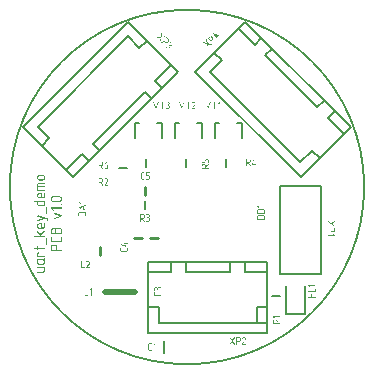
<source format=gto>
G04*
G04 #@! TF.GenerationSoftware,Altium Limited,Altium Designer,21.2.2 (38)*
G04*
G04 Layer_Color=65535*
%FSLAX24Y24*%
%MOIN*%
G70*
G04*
G04 #@! TF.SameCoordinates,E4E59F50-D763-4BE6-A9F8-BCED566C8010*
G04*
G04*
G04 #@! TF.FilePolarity,Positive*
G04*
G01*
G75*
%ADD10C,0.0079*%
%ADD11C,0.0059*%
%ADD12C,0.0114*%
%ADD13C,0.0197*%
G36*
X1127Y6333D02*
X1133Y6333D01*
X1141Y6331D01*
X1150Y6328D01*
X1160Y6323D01*
X1170Y6318D01*
X1175Y6314D01*
X1179Y6309D01*
X1180Y6308D01*
X1183Y6305D01*
X1187Y6300D01*
X1191Y6293D01*
X1196Y6285D01*
X1200Y6275D01*
X1202Y6263D01*
X1203Y6257D01*
X1203Y6251D01*
Y6225D01*
X1203Y6223D01*
X1202Y6217D01*
X1201Y6209D01*
X1198Y6200D01*
X1193Y6190D01*
X1188Y6180D01*
X1180Y6171D01*
X1180D01*
X1179Y6170D01*
X1176Y6167D01*
X1171Y6163D01*
X1164Y6159D01*
X1155Y6154D01*
X1145Y6150D01*
X1134Y6148D01*
X1128Y6147D01*
X1121Y6147D01*
X1024D01*
X1024D01*
X1023D01*
X1021D01*
X1019Y6147D01*
X1013Y6148D01*
X1005Y6149D01*
X996Y6153D01*
X986Y6157D01*
X976Y6163D01*
X971Y6166D01*
X966Y6170D01*
X966Y6171D01*
X965Y6172D01*
X963Y6175D01*
X959Y6180D01*
X954Y6187D01*
X949Y6195D01*
X945Y6205D01*
X943Y6217D01*
X941Y6223D01*
Y6254D01*
X942Y6256D01*
X943Y6263D01*
X944Y6271D01*
X948Y6280D01*
X952Y6289D01*
X958Y6299D01*
X961Y6304D01*
X966Y6309D01*
Y6309D01*
X967Y6310D01*
X970Y6313D01*
X975Y6316D01*
X982Y6321D01*
X990Y6326D01*
X1000Y6330D01*
X1012Y6333D01*
X1018Y6334D01*
X1024D01*
X1121D01*
X1122D01*
X1123D01*
X1125D01*
X1127Y6333D01*
D02*
G37*
G36*
X1190Y6071D02*
X1195Y6069D01*
X1199Y6066D01*
X1200Y6064D01*
X1201Y6062D01*
X1203Y6058D01*
X1203Y6052D01*
Y6051D01*
X1203Y6048D01*
X1202Y6044D01*
X1199Y6039D01*
X1198Y6038D01*
X1196Y6037D01*
X1191Y6035D01*
X1185Y6034D01*
X1016D01*
X1016D01*
X1014D01*
X1011Y6033D01*
X1007Y6033D01*
X1003Y6031D01*
X999Y6029D01*
X994Y6027D01*
X990Y6023D01*
X989Y6022D01*
X988Y6021D01*
X986Y6018D01*
X984Y6016D01*
X982Y6012D01*
X980Y6007D01*
X979Y6002D01*
X979Y5996D01*
Y5959D01*
X1185D01*
X1186D01*
X1187D01*
X1190Y5958D01*
X1195Y5957D01*
X1199Y5953D01*
X1200Y5952D01*
X1201Y5950D01*
X1203Y5946D01*
X1203Y5940D01*
Y5939D01*
X1203Y5936D01*
X1202Y5932D01*
X1199Y5927D01*
X1198Y5926D01*
X1196Y5925D01*
X1191Y5923D01*
X1185Y5922D01*
X979D01*
Y5847D01*
X1185D01*
X1186D01*
X1187D01*
X1190Y5846D01*
X1195Y5845D01*
X1199Y5841D01*
X1200Y5840D01*
X1201Y5838D01*
X1203Y5834D01*
X1203Y5828D01*
Y5827D01*
X1203Y5824D01*
X1202Y5820D01*
X1199Y5815D01*
X1198Y5814D01*
X1196Y5813D01*
X1191Y5811D01*
X1185Y5810D01*
X960D01*
X960D01*
X958Y5810D01*
X954Y5811D01*
X951Y5812D01*
X948Y5814D01*
X944Y5817D01*
X942Y5822D01*
X941Y5828D01*
Y5999D01*
X942Y6001D01*
X943Y6007D01*
X944Y6015D01*
X947Y6022D01*
X951Y6031D01*
X956Y6040D01*
X964Y6049D01*
X965Y6050D01*
X968Y6052D01*
X972Y6056D01*
X978Y6060D01*
X986Y6064D01*
X995Y6068D01*
X1005Y6070D01*
X1016Y6071D01*
X1185D01*
X1186D01*
X1187D01*
X1190Y6071D01*
D02*
G37*
G36*
X1189Y5734D02*
X1193Y5733D01*
X1197Y5730D01*
X1198Y5729D01*
X1200Y5726D01*
X1202Y5722D01*
X1203Y5719D01*
X1203Y5716D01*
Y5619D01*
X1203Y5617D01*
X1202Y5612D01*
X1201Y5604D01*
X1198Y5596D01*
X1195Y5587D01*
X1189Y5578D01*
X1182Y5569D01*
X1181Y5568D01*
X1178Y5566D01*
X1173Y5563D01*
X1167Y5559D01*
X1160Y5554D01*
X1150Y5551D01*
X1140Y5549D01*
X1129Y5548D01*
X1016D01*
X1016D01*
X1015D01*
X1014D01*
X1011Y5548D01*
X1006Y5549D01*
X999Y5551D01*
X990Y5553D01*
X982Y5557D01*
X973Y5562D01*
X964Y5569D01*
X963Y5570D01*
X961Y5573D01*
X957Y5577D01*
X953Y5584D01*
X949Y5592D01*
X945Y5600D01*
X943Y5611D01*
X941Y5622D01*
Y5663D01*
X942Y5665D01*
X943Y5671D01*
X944Y5678D01*
X947Y5686D01*
X951Y5695D01*
X956Y5704D01*
X964Y5713D01*
X965Y5714D01*
X968Y5716D01*
X972Y5720D01*
X978Y5724D01*
X986Y5728D01*
X995Y5731D01*
X1005Y5734D01*
X1016Y5735D01*
X1073D01*
X1074D01*
X1076D01*
X1079Y5734D01*
X1082Y5733D01*
X1086Y5730D01*
X1089Y5727D01*
X1091Y5722D01*
X1091Y5716D01*
Y5585D01*
X1129D01*
X1130D01*
X1132D01*
X1135Y5586D01*
X1138Y5586D01*
X1142Y5588D01*
X1147Y5589D01*
X1151Y5592D01*
X1156Y5595D01*
X1156Y5597D01*
X1158Y5599D01*
X1161Y5603D01*
X1164Y5607D01*
Y5608D01*
X1165Y5609D01*
X1165Y5612D01*
X1166Y5617D01*
X1166Y5622D01*
Y5717D01*
X1167Y5720D01*
X1169Y5725D01*
X1170Y5727D01*
X1172Y5729D01*
X1173Y5730D01*
X1176Y5732D01*
X1180Y5734D01*
X1185Y5735D01*
X1186D01*
X1189Y5734D01*
D02*
G37*
G36*
X1691Y5622D02*
X1697Y5621D01*
X1705Y5620D01*
X1715Y5616D01*
X1724Y5612D01*
X1734Y5606D01*
X1739Y5602D01*
X1743Y5598D01*
X1745Y5597D01*
X1747Y5594D01*
X1751Y5589D01*
X1756Y5582D01*
X1760Y5574D01*
X1764Y5564D01*
X1767Y5552D01*
X1767Y5546D01*
X1768Y5540D01*
Y5514D01*
X1767Y5512D01*
X1767Y5506D01*
X1765Y5498D01*
X1762Y5489D01*
X1758Y5479D01*
X1752Y5469D01*
X1745Y5460D01*
X1744D01*
X1743Y5459D01*
X1740Y5456D01*
X1735Y5452D01*
X1728Y5448D01*
X1720Y5443D01*
X1710Y5439D01*
X1698Y5436D01*
X1692Y5436D01*
X1686Y5435D01*
X1476D01*
X1475D01*
X1474D01*
X1473D01*
X1470Y5436D01*
X1464Y5436D01*
X1457Y5438D01*
X1448Y5441D01*
X1438Y5445D01*
X1428Y5451D01*
X1423Y5455D01*
X1418Y5459D01*
X1418Y5460D01*
X1417Y5460D01*
X1414Y5464D01*
X1410Y5469D01*
X1405Y5475D01*
X1401Y5484D01*
X1397Y5494D01*
X1394Y5505D01*
X1393Y5511D01*
Y5543D01*
X1394Y5545D01*
X1394Y5551D01*
X1396Y5560D01*
X1399Y5569D01*
X1404Y5578D01*
X1409Y5588D01*
X1413Y5593D01*
X1418Y5597D01*
Y5598D01*
X1419Y5599D01*
X1422Y5601D01*
X1427Y5605D01*
X1434Y5610D01*
X1442Y5615D01*
X1452Y5619D01*
X1464Y5621D01*
X1470Y5622D01*
X1476D01*
X1686D01*
X1686D01*
X1687D01*
X1689D01*
X1691Y5622D01*
D02*
G37*
G36*
X1753Y5360D02*
X1758Y5358D01*
X1762Y5355D01*
X1763Y5354D01*
X1765Y5351D01*
X1767Y5347D01*
X1768Y5342D01*
Y5340D01*
X1767Y5337D01*
X1766Y5333D01*
X1762Y5328D01*
X1761Y5328D01*
X1758Y5326D01*
X1755Y5324D01*
X1750Y5323D01*
X1749D01*
X1748D01*
X1745Y5324D01*
X1741Y5325D01*
X1736Y5328D01*
X1735Y5329D01*
X1733Y5332D01*
X1732Y5336D01*
X1731Y5342D01*
Y5343D01*
X1731Y5345D01*
X1733Y5349D01*
X1736Y5354D01*
Y5354D01*
X1737Y5355D01*
X1740Y5357D01*
X1744Y5359D01*
X1747Y5360D01*
X1750D01*
X1750D01*
X1751D01*
X1753Y5360D01*
D02*
G37*
G36*
X1191Y5472D02*
X1194Y5471D01*
X1198Y5468D01*
X1201Y5465D01*
X1203Y5460D01*
X1203Y5454D01*
Y5357D01*
X1203Y5355D01*
X1202Y5350D01*
X1201Y5342D01*
X1198Y5334D01*
X1195Y5326D01*
X1189Y5317D01*
X1182Y5308D01*
X1181Y5307D01*
X1178Y5305D01*
X1173Y5301D01*
X1167Y5297D01*
X1160Y5293D01*
X1150Y5289D01*
X1140Y5287D01*
X1129Y5286D01*
X1016D01*
X1016D01*
X1015D01*
X1014D01*
X1011Y5286D01*
X1005Y5287D01*
X998Y5289D01*
X990Y5291D01*
X981Y5295D01*
X972Y5300D01*
X964Y5307D01*
X963Y5309D01*
X960Y5311D01*
X956Y5316D01*
X953Y5322D01*
X949Y5330D01*
X945Y5339D01*
X943Y5350D01*
X941Y5361D01*
Y5436D01*
X848D01*
X847D01*
X847D01*
X843Y5436D01*
X839Y5438D01*
X834Y5441D01*
X833Y5442D01*
X831Y5445D01*
X829Y5449D01*
X829Y5454D01*
Y5455D01*
X829Y5458D01*
X831Y5462D01*
X834Y5467D01*
Y5467D01*
X834Y5468D01*
X837Y5470D01*
X842Y5472D01*
X844Y5473D01*
X848D01*
X1185D01*
X1186D01*
X1188D01*
X1191Y5472D01*
D02*
G37*
G36*
X1755Y5248D02*
X1759Y5247D01*
X1763Y5243D01*
X1764Y5242D01*
X1766Y5240D01*
X1767Y5236D01*
X1768Y5230D01*
Y5229D01*
X1767Y5226D01*
X1766Y5222D01*
X1763Y5217D01*
X1762Y5216D01*
X1760Y5214D01*
X1756Y5213D01*
X1750Y5212D01*
X1457D01*
X1500Y5168D01*
X1501Y5167D01*
X1503Y5165D01*
X1505Y5160D01*
X1506Y5155D01*
Y5154D01*
X1505Y5151D01*
X1504Y5147D01*
X1500Y5142D01*
X1500D01*
X1499Y5141D01*
X1496Y5140D01*
X1492Y5137D01*
X1490Y5137D01*
X1487Y5136D01*
X1486D01*
X1486D01*
X1483Y5137D01*
X1479Y5138D01*
X1474Y5142D01*
X1399Y5217D01*
X1398Y5217D01*
X1397Y5219D01*
X1394Y5222D01*
X1393Y5224D01*
X1392Y5225D01*
X1392Y5227D01*
X1391Y5230D01*
X1390Y5233D01*
Y5234D01*
X1391Y5236D01*
X1393Y5239D01*
X1396Y5244D01*
X1397Y5244D01*
X1400Y5247D01*
X1405Y5248D01*
X1412Y5249D01*
X1750D01*
X1750D01*
X1751D01*
X1755Y5248D01*
D02*
G37*
G36*
X1261Y5024D02*
X1223D01*
Y5248D01*
X1261D01*
Y5024D01*
D02*
G37*
G36*
X1531Y5060D02*
X1755Y4985D01*
X1756D01*
X1756Y4985D01*
X1759Y4984D01*
X1763Y4981D01*
X1767Y4979D01*
X1767Y4978D01*
X1768Y4976D01*
X1770Y4973D01*
X1771Y4968D01*
Y4966D01*
X1770Y4964D01*
X1769Y4961D01*
X1767Y4959D01*
X1765Y4956D01*
X1761Y4953D01*
X1755Y4950D01*
X1531Y4875D01*
X1524Y4874D01*
X1524D01*
X1523D01*
X1520Y4875D01*
X1516Y4876D01*
X1512Y4880D01*
X1511D01*
X1511Y4881D01*
X1509Y4884D01*
X1507Y4888D01*
X1506Y4890D01*
Y4896D01*
X1507Y4900D01*
X1508Y4903D01*
X1509Y4904D01*
X1510Y4905D01*
X1511Y4906D01*
X1514Y4908D01*
X1516Y4909D01*
X1519Y4911D01*
X1690Y4968D01*
X1519Y5025D01*
X1519D01*
X1518Y5026D01*
X1516Y5027D01*
X1513Y5029D01*
X1510Y5032D01*
X1509Y5033D01*
X1508Y5035D01*
X1506Y5039D01*
X1506Y5042D01*
Y5044D01*
X1506Y5046D01*
X1508Y5051D01*
X1511Y5056D01*
X1512Y5057D01*
X1515Y5059D01*
X1519Y5060D01*
X1524Y5061D01*
X1531Y5060D01*
D02*
G37*
G36*
X966Y4982D02*
X1276Y4885D01*
X1276D01*
X1278Y4883D01*
X1282Y4882D01*
X1286Y4881D01*
X1290Y4878D01*
X1294Y4875D01*
X1299Y4871D01*
X1304Y4866D01*
X1304Y4865D01*
X1306Y4863D01*
X1308Y4860D01*
X1309Y4856D01*
X1312Y4851D01*
X1314Y4846D01*
X1315Y4840D01*
X1316Y4833D01*
Y4813D01*
X1315Y4810D01*
X1313Y4805D01*
X1312Y4803D01*
X1309Y4800D01*
X1308Y4800D01*
X1306Y4798D01*
X1302Y4796D01*
X1297Y4795D01*
X1296D01*
X1296D01*
X1292Y4796D01*
X1288Y4797D01*
X1284Y4800D01*
X1283Y4801D01*
X1281Y4804D01*
X1279Y4808D01*
X1278Y4814D01*
Y4833D01*
X1278Y4836D01*
X1277Y4839D01*
X1274Y4842D01*
X1274Y4843D01*
X1272Y4845D01*
X1269Y4847D01*
X1265Y4848D01*
X1202Y4868D01*
X966Y4796D01*
X960Y4795D01*
X959D01*
X959D01*
X955Y4796D01*
X951Y4797D01*
X947Y4801D01*
Y4801D01*
X946Y4802D01*
X944Y4805D01*
X943Y4809D01*
X941Y4814D01*
Y4816D01*
X942Y4818D01*
X943Y4821D01*
X945Y4824D01*
X948Y4827D01*
X951Y4830D01*
X955Y4832D01*
X1138Y4888D01*
X955Y4946D01*
X955D01*
X953Y4947D01*
X951Y4948D01*
X948Y4950D01*
X946Y4952D01*
X944Y4955D01*
X942Y4959D01*
X941Y4963D01*
Y4965D01*
X942Y4968D01*
X944Y4973D01*
X946Y4977D01*
X948Y4978D01*
X950Y4980D01*
X954Y4982D01*
X960Y4983D01*
X966Y4982D01*
D02*
G37*
G36*
X1189Y4724D02*
X1193Y4722D01*
X1197Y4719D01*
X1198Y4719D01*
X1200Y4716D01*
X1202Y4711D01*
X1203Y4709D01*
X1203Y4705D01*
Y4609D01*
X1203Y4606D01*
X1202Y4601D01*
X1201Y4594D01*
X1198Y4585D01*
X1195Y4577D01*
X1189Y4568D01*
X1182Y4559D01*
X1181Y4558D01*
X1178Y4555D01*
X1173Y4552D01*
X1167Y4548D01*
X1160Y4544D01*
X1150Y4540D01*
X1140Y4538D01*
X1129Y4537D01*
X1016D01*
X1016D01*
X1015D01*
X1014D01*
X1011Y4538D01*
X1006Y4538D01*
X999Y4540D01*
X990Y4542D01*
X982Y4546D01*
X973Y4551D01*
X964Y4558D01*
X963Y4559D01*
X961Y4562D01*
X957Y4567D01*
X953Y4573D01*
X949Y4581D01*
X945Y4590D01*
X943Y4600D01*
X941Y4611D01*
Y4652D01*
X942Y4654D01*
X943Y4660D01*
X944Y4668D01*
X947Y4675D01*
X951Y4684D01*
X956Y4693D01*
X964Y4702D01*
X965Y4703D01*
X968Y4705D01*
X972Y4709D01*
X978Y4713D01*
X986Y4717D01*
X995Y4721D01*
X1005Y4723D01*
X1016Y4724D01*
X1073D01*
X1074D01*
X1076D01*
X1079Y4723D01*
X1082Y4722D01*
X1086Y4720D01*
X1089Y4716D01*
X1091Y4711D01*
X1091Y4705D01*
Y4574D01*
X1129D01*
X1130D01*
X1132D01*
X1135Y4575D01*
X1138Y4575D01*
X1142Y4577D01*
X1147Y4579D01*
X1151Y4582D01*
X1156Y4585D01*
X1156Y4586D01*
X1158Y4588D01*
X1161Y4592D01*
X1164Y4596D01*
Y4597D01*
X1165Y4598D01*
X1165Y4601D01*
X1166Y4606D01*
X1166Y4611D01*
Y4706D01*
X1167Y4710D01*
X1169Y4714D01*
X1170Y4716D01*
X1172Y4719D01*
X1173Y4720D01*
X1176Y4721D01*
X1180Y4723D01*
X1185Y4724D01*
X1186D01*
X1189Y4724D01*
D02*
G37*
G36*
X1698Y4574D02*
X1704Y4573D01*
X1711Y4572D01*
X1720Y4569D01*
X1728Y4565D01*
X1737Y4560D01*
X1746Y4552D01*
X1747Y4551D01*
X1750Y4548D01*
X1753Y4543D01*
X1757Y4537D01*
X1761Y4530D01*
X1765Y4521D01*
X1767Y4511D01*
X1768Y4500D01*
Y4368D01*
X1767Y4365D01*
X1767Y4363D01*
X1766Y4359D01*
X1763Y4355D01*
X1760Y4353D01*
X1756Y4350D01*
X1750Y4350D01*
X1412D01*
X1412D01*
X1409Y4350D01*
X1406Y4351D01*
X1403Y4352D01*
X1399Y4354D01*
X1396Y4358D01*
X1394Y4362D01*
X1393Y4368D01*
Y4484D01*
X1394Y4486D01*
X1394Y4492D01*
X1396Y4499D01*
X1399Y4507D01*
X1403Y4516D01*
X1408Y4525D01*
X1415Y4534D01*
X1417Y4535D01*
X1419Y4537D01*
X1424Y4541D01*
X1430Y4545D01*
X1438Y4548D01*
X1447Y4552D01*
X1458Y4555D01*
X1469Y4556D01*
X1506D01*
X1506D01*
X1508D01*
X1511D01*
X1514Y4555D01*
X1518Y4555D01*
X1522Y4554D01*
X1531Y4551D01*
X1532D01*
X1534Y4551D01*
X1536Y4550D01*
X1539Y4548D01*
X1546Y4544D01*
X1555Y4539D01*
X1555Y4539D01*
X1556Y4541D01*
X1559Y4544D01*
X1561Y4548D01*
X1565Y4552D01*
X1570Y4556D01*
X1576Y4561D01*
X1582Y4565D01*
X1582Y4565D01*
X1585Y4566D01*
X1589Y4568D01*
X1593Y4570D01*
X1599Y4571D01*
X1605Y4573D01*
X1611Y4574D01*
X1619Y4575D01*
X1693D01*
X1694D01*
X1695D01*
X1696D01*
X1698Y4574D01*
D02*
G37*
G36*
X1190Y4462D02*
X1193Y4460D01*
X1198Y4457D01*
X1199Y4456D01*
X1201Y4453D01*
X1202Y4449D01*
X1203Y4443D01*
Y4442D01*
X1203Y4440D01*
X1202Y4438D01*
X1200Y4433D01*
X1198Y4431D01*
X1196Y4428D01*
X1068Y4331D01*
X1082Y4312D01*
X1185D01*
X1186D01*
X1187D01*
X1190Y4312D01*
X1195Y4310D01*
X1199Y4307D01*
X1200Y4306D01*
X1201Y4303D01*
X1203Y4299D01*
X1203Y4293D01*
Y4292D01*
X1203Y4289D01*
X1202Y4285D01*
X1199Y4281D01*
X1198Y4280D01*
X1196Y4278D01*
X1191Y4276D01*
X1185Y4275D01*
X848D01*
X847D01*
X847D01*
X843Y4276D01*
X839Y4277D01*
X834Y4281D01*
X833Y4282D01*
X831Y4285D01*
X829Y4288D01*
X829Y4293D01*
Y4295D01*
X829Y4298D01*
X831Y4302D01*
X834Y4306D01*
Y4307D01*
X834Y4307D01*
X837Y4310D01*
X842Y4311D01*
X844Y4312D01*
X848D01*
X1035D01*
X945Y4432D01*
X945Y4433D01*
X943Y4436D01*
X942Y4439D01*
X941Y4444D01*
Y4445D01*
X942Y4448D01*
X944Y4452D01*
X945Y4454D01*
X948Y4457D01*
X949Y4458D01*
X951Y4459D01*
X955Y4461D01*
X960Y4462D01*
X961D01*
X962D01*
X964Y4462D01*
X965Y4461D01*
X970Y4459D01*
X973Y4457D01*
X975Y4454D01*
X1046Y4361D01*
X1173Y4458D01*
X1175Y4459D01*
X1177Y4461D01*
X1181Y4462D01*
X1185Y4462D01*
X1186D01*
X1186D01*
X1190Y4462D01*
D02*
G37*
G36*
X1753Y4274D02*
X1757Y4273D01*
X1762Y4270D01*
X1763Y4269D01*
X1765Y4267D01*
X1767Y4263D01*
X1767Y4260D01*
X1768Y4257D01*
Y4160D01*
X1767Y4158D01*
X1767Y4152D01*
X1765Y4145D01*
X1762Y4137D01*
X1759Y4128D01*
X1753Y4119D01*
X1746Y4110D01*
X1745Y4109D01*
X1742Y4107D01*
X1738Y4103D01*
X1731Y4099D01*
X1723Y4095D01*
X1715Y4091D01*
X1704Y4089D01*
X1693Y4088D01*
X1468D01*
X1468D01*
X1467D01*
X1465D01*
X1463Y4088D01*
X1457Y4089D01*
X1450Y4091D01*
X1442Y4093D01*
X1433Y4097D01*
X1424Y4102D01*
X1415Y4109D01*
X1414Y4111D01*
X1412Y4113D01*
X1408Y4118D01*
X1404Y4124D01*
X1400Y4132D01*
X1397Y4141D01*
X1394Y4152D01*
X1393Y4163D01*
Y4258D01*
X1394Y4261D01*
X1396Y4265D01*
X1397Y4267D01*
X1399Y4269D01*
X1400Y4270D01*
X1403Y4272D01*
X1407Y4274D01*
X1412Y4275D01*
X1413D01*
X1416Y4274D01*
X1420Y4273D01*
X1424Y4270D01*
X1425Y4269D01*
X1427Y4267D01*
X1429Y4262D01*
X1430Y4259D01*
X1430Y4256D01*
Y4159D01*
X1431Y4157D01*
X1432Y4153D01*
X1433Y4149D01*
X1435Y4144D01*
X1438Y4140D01*
X1442Y4136D01*
X1443Y4134D01*
X1445Y4132D01*
X1449Y4129D01*
X1454Y4127D01*
X1454D01*
X1455Y4127D01*
X1458Y4126D01*
X1463Y4126D01*
X1468Y4125D01*
X1693D01*
X1694D01*
X1696D01*
X1699Y4126D01*
X1702Y4126D01*
X1707Y4128D01*
X1711Y4129D01*
X1716Y4132D01*
X1720Y4136D01*
X1721Y4137D01*
X1723Y4139D01*
X1726Y4143D01*
X1728Y4148D01*
Y4148D01*
X1729Y4149D01*
X1730Y4153D01*
X1730Y4157D01*
X1731Y4162D01*
Y4258D01*
X1731Y4261D01*
X1733Y4265D01*
X1735Y4267D01*
X1737Y4269D01*
X1738Y4270D01*
X1741Y4272D01*
X1745Y4274D01*
X1750Y4275D01*
X1751D01*
X1753Y4274D01*
D02*
G37*
G36*
X1261Y4013D02*
X1223D01*
Y4237D01*
X1261D01*
Y4013D01*
D02*
G37*
G36*
X964Y3975D02*
X968Y3973D01*
X973Y3970D01*
X974Y3970D01*
X975Y3967D01*
X978Y3963D01*
X978Y3960D01*
X979Y3957D01*
Y3901D01*
X1185D01*
X1186D01*
X1187D01*
X1190Y3900D01*
X1195Y3898D01*
X1199Y3895D01*
X1200Y3894D01*
X1201Y3892D01*
X1203Y3887D01*
X1203Y3882D01*
Y3881D01*
X1203Y3877D01*
X1202Y3873D01*
X1199Y3869D01*
X1198Y3868D01*
X1196Y3866D01*
X1191Y3864D01*
X1185Y3863D01*
X979D01*
Y3843D01*
X978Y3839D01*
X976Y3835D01*
X974Y3831D01*
X973Y3830D01*
X970Y3828D01*
X966Y3826D01*
X960Y3826D01*
X960D01*
X959D01*
X956Y3826D01*
X952Y3828D01*
X948Y3831D01*
X947D01*
X946Y3832D01*
X944Y3834D01*
X943Y3838D01*
X941Y3841D01*
Y3863D01*
X848D01*
X847D01*
X847D01*
X843Y3864D01*
X839Y3866D01*
X834Y3869D01*
X833Y3870D01*
X831Y3873D01*
X829Y3877D01*
X829Y3882D01*
Y3883D01*
X829Y3886D01*
X831Y3890D01*
X834Y3894D01*
Y3895D01*
X834Y3896D01*
X837Y3898D01*
X842Y3899D01*
X844Y3901D01*
X848D01*
X941D01*
Y3958D01*
X942Y3961D01*
X944Y3965D01*
X945Y3968D01*
X948Y3970D01*
X949Y3971D01*
X951Y3973D01*
X955Y3974D01*
X960Y3975D01*
X961D01*
X964Y3975D01*
D02*
G37*
G36*
X1548Y4012D02*
X1554Y4012D01*
X1561Y4010D01*
X1570Y4007D01*
X1579Y4003D01*
X1587Y3998D01*
X1596Y3991D01*
X1597Y3990D01*
X1600Y3987D01*
X1603Y3982D01*
X1607Y3976D01*
X1611Y3968D01*
X1615Y3959D01*
X1617Y3949D01*
X1618Y3937D01*
Y3825D01*
X1750D01*
X1750D01*
X1751D01*
X1755Y3825D01*
X1759Y3823D01*
X1763Y3820D01*
X1764Y3819D01*
X1766Y3816D01*
X1767Y3812D01*
X1768Y3806D01*
Y3805D01*
X1767Y3802D01*
X1766Y3798D01*
X1763Y3794D01*
X1762Y3793D01*
X1760Y3791D01*
X1756Y3789D01*
X1750Y3788D01*
X1412D01*
X1412D01*
X1409Y3789D01*
X1406Y3789D01*
X1403Y3790D01*
X1399Y3793D01*
X1396Y3796D01*
X1394Y3800D01*
X1393Y3806D01*
Y3941D01*
X1394Y3943D01*
X1394Y3949D01*
X1396Y3956D01*
X1399Y3965D01*
X1403Y3974D01*
X1408Y3982D01*
X1415Y3991D01*
X1417Y3992D01*
X1419Y3994D01*
X1424Y3998D01*
X1430Y4002D01*
X1438Y4006D01*
X1447Y4010D01*
X1457Y4012D01*
X1468Y4013D01*
X1543D01*
X1544D01*
X1544D01*
X1546D01*
X1548Y4012D01*
D02*
G37*
G36*
X1003Y3750D02*
X1008Y3748D01*
X1012Y3745D01*
X1013Y3744D01*
X1014Y3742D01*
X1016Y3737D01*
X1016Y3732D01*
Y3731D01*
X1016Y3727D01*
X1015Y3723D01*
X1012Y3719D01*
X1011Y3718D01*
X1008Y3716D01*
X1004Y3715D01*
X998Y3713D01*
X997D01*
X996D01*
X994Y3713D01*
X990Y3711D01*
X985Y3708D01*
X985D01*
X984Y3707D01*
X982Y3704D01*
X980Y3700D01*
X979Y3697D01*
Y3638D01*
X1185D01*
X1186D01*
X1187D01*
X1190Y3637D01*
X1195Y3636D01*
X1199Y3632D01*
X1200Y3631D01*
X1201Y3629D01*
X1203Y3625D01*
X1203Y3619D01*
Y3618D01*
X1203Y3615D01*
X1202Y3611D01*
X1199Y3606D01*
X1198Y3605D01*
X1196Y3604D01*
X1191Y3602D01*
X1185Y3601D01*
X960D01*
X960D01*
X958Y3601D01*
X954Y3602D01*
X951Y3603D01*
X948Y3605D01*
X944Y3609D01*
X942Y3613D01*
X941Y3619D01*
Y3698D01*
X943Y3702D01*
X944Y3708D01*
X945Y3714D01*
X949Y3721D01*
X953Y3727D01*
X958Y3734D01*
X959Y3735D01*
X961Y3737D01*
X964Y3740D01*
X969Y3742D01*
X975Y3746D01*
X981Y3748D01*
X989Y3750D01*
X998Y3751D01*
X998D01*
X999D01*
X1003Y3750D01*
D02*
G37*
G36*
X1190Y3563D02*
X1193Y3561D01*
X1198Y3558D01*
X1199Y3557D01*
X1201Y3555D01*
X1202Y3550D01*
X1203Y3545D01*
Y3543D01*
X1203Y3540D01*
X1202Y3537D01*
X1201Y3536D01*
X1200Y3534D01*
X1198Y3530D01*
X1196Y3526D01*
X1193Y3521D01*
X1189Y3516D01*
X1185Y3511D01*
X1179Y3507D01*
X1180Y3506D01*
X1181Y3505D01*
X1183Y3503D01*
X1185Y3500D01*
X1188Y3497D01*
X1191Y3493D01*
X1194Y3488D01*
X1197Y3482D01*
Y3482D01*
X1198Y3479D01*
X1199Y3476D01*
X1200Y3473D01*
X1201Y3468D01*
X1202Y3463D01*
X1203Y3457D01*
X1203Y3451D01*
Y3410D01*
X1203Y3408D01*
X1202Y3403D01*
X1201Y3395D01*
X1198Y3387D01*
X1195Y3379D01*
X1189Y3370D01*
X1182Y3361D01*
X1181Y3360D01*
X1178Y3358D01*
X1173Y3354D01*
X1167Y3350D01*
X1160Y3346D01*
X1150Y3342D01*
X1140Y3340D01*
X1129Y3339D01*
X1016D01*
X1016D01*
X1015D01*
X1014D01*
X1011Y3339D01*
X1005Y3340D01*
X998Y3342D01*
X990Y3344D01*
X981Y3348D01*
X972Y3353D01*
X964Y3361D01*
X963Y3362D01*
X960Y3364D01*
X956Y3369D01*
X953Y3375D01*
X949Y3383D01*
X945Y3392D01*
X943Y3402D01*
X941Y3413D01*
Y3510D01*
X943Y3513D01*
X944Y3516D01*
X946Y3520D01*
X949Y3523D01*
X954Y3525D01*
X960Y3526D01*
X1129D01*
X1129D01*
X1130D01*
X1132Y3526D01*
X1136Y3527D01*
X1143Y3529D01*
X1147Y3531D01*
X1151Y3533D01*
X1152Y3534D01*
X1153Y3534D01*
X1155Y3536D01*
X1157Y3538D01*
X1160Y3540D01*
X1163Y3544D01*
X1166Y3548D01*
X1168Y3552D01*
Y3553D01*
X1169Y3554D01*
X1170Y3556D01*
X1172Y3558D01*
X1174Y3560D01*
X1177Y3562D01*
X1180Y3563D01*
X1185Y3564D01*
X1185D01*
X1186D01*
X1190Y3563D01*
D02*
G37*
G36*
X1191Y3263D02*
X1194Y3262D01*
X1198Y3259D01*
X1201Y3256D01*
X1203Y3251D01*
X1203Y3245D01*
Y3149D01*
X1203Y3146D01*
X1202Y3141D01*
X1201Y3134D01*
X1198Y3125D01*
X1195Y3117D01*
X1189Y3108D01*
X1182Y3099D01*
X1181Y3098D01*
X1178Y3096D01*
X1173Y3092D01*
X1167Y3088D01*
X1160Y3084D01*
X1150Y3080D01*
X1140Y3078D01*
X1129Y3077D01*
X960D01*
X960D01*
X959D01*
X956Y3077D01*
X951Y3079D01*
X946Y3082D01*
X946Y3084D01*
X944Y3086D01*
X942Y3090D01*
X941Y3095D01*
Y3096D01*
X942Y3100D01*
X944Y3104D01*
X946Y3108D01*
Y3109D01*
X947Y3109D01*
X950Y3111D01*
X954Y3113D01*
X957Y3114D01*
X960D01*
X1129D01*
X1130D01*
X1132D01*
X1135Y3115D01*
X1138Y3115D01*
X1142Y3117D01*
X1147Y3119D01*
X1151Y3121D01*
X1156Y3125D01*
X1156Y3126D01*
X1158Y3129D01*
X1161Y3132D01*
X1164Y3137D01*
Y3137D01*
X1165Y3138D01*
X1165Y3142D01*
X1166Y3146D01*
X1166Y3151D01*
Y3227D01*
X960D01*
X960D01*
X959D01*
X956Y3227D01*
X951Y3229D01*
X946Y3232D01*
X946Y3233D01*
X944Y3236D01*
X942Y3240D01*
X941Y3245D01*
Y3246D01*
X942Y3250D01*
X944Y3253D01*
X946Y3258D01*
Y3258D01*
X947Y3259D01*
X950Y3261D01*
X954Y3263D01*
X957Y3264D01*
X960D01*
X1185D01*
X1186D01*
X1188D01*
X1191Y3263D01*
D02*
G37*
G36*
X6813Y11079D02*
X6816Y11078D01*
X6819Y11076D01*
X6822Y11073D01*
X6901Y10930D01*
X6942Y10971D01*
X6916Y10997D01*
X6915Y10998D01*
X6915Y10998D01*
X6914Y11000D01*
X6913Y11003D01*
X6912Y11006D01*
X6912Y11007D01*
X6912Y11009D01*
X6913Y11012D01*
X6915Y11015D01*
X6916Y11015D01*
X6918Y11016D01*
X6920Y11017D01*
X6924Y11018D01*
X6924Y11018D01*
X6924D01*
X6927Y11018D01*
X6930Y11017D01*
X6931Y11016D01*
X6933Y11015D01*
X6959Y10989D01*
X6977Y11006D01*
X6978Y11008D01*
X6982Y11009D01*
X6983Y11009D01*
X6986D01*
X6988Y11009D01*
X6991Y11008D01*
X6994Y11006D01*
X6994Y11005D01*
X6995Y11004D01*
X6996Y11001D01*
X6997Y10998D01*
X6997Y10997D01*
X6997Y10995D01*
X6996Y10992D01*
X6995Y10990D01*
X6993Y10989D01*
X6976Y10971D01*
X7002Y10945D01*
X7002Y10945D01*
X7003Y10945D01*
X7004Y10943D01*
X7005Y10940D01*
X7006Y10936D01*
X7006Y10936D01*
X7005Y10934D01*
X7004Y10931D01*
X7002Y10928D01*
X7001Y10928D01*
X7000Y10926D01*
X6997Y10925D01*
X6994Y10924D01*
X6993D01*
X6991Y10925D01*
X6988Y10926D01*
X6985Y10928D01*
X6959Y10954D01*
X6905Y10901D01*
X6904Y10899D01*
X6901Y10898D01*
X6899Y10897D01*
X6896Y10897D01*
X6893Y10898D01*
X6891Y10900D01*
X6889Y10902D01*
X6887Y10904D01*
X6800Y11061D01*
X6800Y11062D01*
X6799Y11063D01*
X6799Y11066D01*
Y11069D01*
X6799Y11071D01*
Y11072D01*
X6800Y11073D01*
X6800Y11074D01*
X6802Y11076D01*
X6804Y11077D01*
X6807Y11079D01*
X6811Y11079D01*
X6812D01*
X6813Y11079D01*
D02*
G37*
G36*
X6586Y10853D02*
X6589Y10853D01*
X6591Y10852D01*
X6593Y10851D01*
X6594Y10850D01*
X6595Y10850D01*
X6595Y10849D01*
X6597Y10847D01*
X6598Y10844D01*
X6622Y10722D01*
X6744Y10697D01*
X6748Y10696D01*
X6751Y10694D01*
X6751Y10694D01*
X6751Y10693D01*
X6752Y10692D01*
X6753Y10689D01*
X6754Y10687D01*
Y10685D01*
Y10684D01*
X6753Y10682D01*
X6752Y10679D01*
X6750Y10676D01*
X6749Y10675D01*
X6748Y10675D01*
X6747Y10674D01*
X6745Y10674D01*
X6744Y10673D01*
X6741Y10673D01*
X6739Y10673D01*
X6627Y10695D01*
X6649Y10583D01*
Y10583D01*
X6649Y10581D01*
Y10579D01*
X6649Y10577D01*
X6646Y10572D01*
X6645Y10572D01*
X6644Y10571D01*
X6641Y10570D01*
X6637Y10569D01*
X6636D01*
X6634Y10569D01*
X6631Y10570D01*
X6630Y10571D01*
X6628Y10572D01*
X6628Y10572D01*
X6627Y10574D01*
X6626Y10575D01*
X6625Y10578D01*
X6601Y10701D01*
X6478Y10725D01*
X6474Y10726D01*
X6472Y10728D01*
X6472Y10729D01*
X6472Y10729D01*
X6470Y10731D01*
X6469Y10733D01*
X6469Y10737D01*
X6469Y10737D01*
X6469Y10738D01*
X6469Y10740D01*
X6470Y10743D01*
X6471Y10745D01*
X6473Y10747D01*
X6474Y10747D01*
X6475Y10748D01*
X6477Y10749D01*
X6479Y10749D01*
X6481Y10749D01*
X6483Y10749D01*
X6596Y10727D01*
X6573Y10839D01*
Y10840D01*
X6573Y10841D01*
Y10843D01*
X6573Y10845D01*
X6574Y10848D01*
X6577Y10850D01*
X6578Y10852D01*
X6582Y10853D01*
X6583Y10853D01*
X6585D01*
X6586Y10854D01*
X6586Y10853D01*
D02*
G37*
G36*
X6727Y10977D02*
X6731Y10976D01*
X6736Y10975D01*
X6741Y10973D01*
X6747Y10971D01*
X6753Y10968D01*
X6759Y10963D01*
X6793Y10928D01*
X6794Y10928D01*
X6794Y10928D01*
X6795Y10927D01*
X6795Y10926D01*
X6798Y10922D01*
X6801Y10918D01*
X6803Y10913D01*
X6805Y10907D01*
X6807Y10901D01*
X6808Y10893D01*
Y10892D01*
X6808Y10890D01*
X6807Y10886D01*
X6806Y10881D01*
X6804Y10876D01*
X6802Y10870D01*
X6798Y10864D01*
X6793Y10858D01*
X6741Y10806D01*
X6802Y10745D01*
X6802Y10745D01*
X6803Y10745D01*
X6804Y10743D01*
X6805Y10740D01*
X6806Y10736D01*
X6806Y10736D01*
X6805Y10734D01*
X6804Y10731D01*
X6802Y10728D01*
X6801Y10728D01*
X6800Y10726D01*
X6797Y10725D01*
X6794Y10724D01*
X6793D01*
X6791Y10725D01*
X6788Y10726D01*
X6785Y10728D01*
X6628Y10885D01*
X6628Y10885D01*
X6627Y10886D01*
X6626Y10888D01*
X6625Y10890D01*
X6625Y10893D01*
Y10896D01*
X6626Y10899D01*
X6628Y10902D01*
X6690Y10964D01*
X6692Y10965D01*
X6695Y10968D01*
X6699Y10970D01*
X6704Y10973D01*
X6710Y10975D01*
X6717Y10977D01*
X6724Y10977D01*
X6725D01*
X6727Y10977D01*
D02*
G37*
G36*
X7517Y922D02*
X7520Y921D01*
X7521Y920D01*
X7523Y919D01*
X7523D01*
X7524Y918D01*
X7525Y916D01*
X7526Y914D01*
X7527Y912D01*
Y910D01*
Y910D01*
X7527Y908D01*
X7526Y906D01*
X7525Y903D01*
X7456Y800D01*
X7525Y696D01*
X7526Y692D01*
X7527Y689D01*
Y689D01*
Y688D01*
X7527Y686D01*
X7525Y684D01*
X7524Y682D01*
X7523Y681D01*
X7522Y680D01*
X7520Y679D01*
X7517Y678D01*
X7514Y677D01*
X7513D01*
X7512Y678D01*
X7510Y678D01*
X7509Y679D01*
X7507Y679D01*
X7505Y681D01*
X7504Y683D01*
X7441Y778D01*
X7377Y683D01*
X7377Y682D01*
X7376Y681D01*
X7374Y680D01*
X7372Y678D01*
X7367Y677D01*
X7366D01*
X7364Y678D01*
X7362Y679D01*
X7358Y681D01*
X7358Y682D01*
X7357Y683D01*
X7355Y686D01*
X7355Y688D01*
X7354Y690D01*
Y690D01*
X7355Y691D01*
X7355Y694D01*
X7356Y696D01*
X7426Y800D01*
X7356Y904D01*
X7354Y907D01*
Y910D01*
Y911D01*
Y911D01*
X7355Y913D01*
X7356Y916D01*
X7358Y919D01*
Y919D01*
X7359Y920D01*
X7361Y921D01*
X7363Y922D01*
X7365Y923D01*
X7368D01*
X7369Y922D01*
X7370Y922D01*
X7372Y921D01*
X7374Y920D01*
X7375Y919D01*
X7377Y917D01*
X7441Y822D01*
X7504Y917D01*
X7504Y918D01*
X7505Y919D01*
X7506Y920D01*
X7508Y922D01*
X7511Y923D01*
X7515D01*
X7517Y922D01*
D02*
G37*
G36*
X7829D02*
X7832Y922D01*
X7834Y922D01*
X7841Y920D01*
X7849Y918D01*
X7857Y915D01*
X7861Y913D01*
X7865Y910D01*
X7869Y907D01*
X7873Y904D01*
X7873Y903D01*
X7874Y903D01*
X7875Y902D01*
X7876Y900D01*
X7878Y898D01*
X7879Y896D01*
X7883Y891D01*
X7887Y884D01*
X7890Y876D01*
X7892Y868D01*
X7893Y863D01*
X7893Y858D01*
Y857D01*
Y856D01*
X7893Y853D01*
X7892Y849D01*
X7891Y844D01*
X7890Y839D01*
X7888Y834D01*
X7885Y828D01*
X7806Y702D01*
X7883D01*
X7885Y701D01*
X7888Y700D01*
X7889Y699D01*
X7891Y698D01*
X7891Y697D01*
X7892Y695D01*
X7893Y692D01*
X7894Y689D01*
Y688D01*
X7894Y687D01*
X7893Y684D01*
X7891Y681D01*
X7891Y680D01*
X7889Y679D01*
X7886Y678D01*
X7884Y678D01*
X7882Y677D01*
X7782D01*
X7779Y678D01*
X7777Y678D01*
X7775Y680D01*
X7773Y681D01*
X7771Y684D01*
X7770Y687D01*
Y688D01*
X7771Y690D01*
X7771Y692D01*
X7773Y696D01*
X7864Y841D01*
X7864Y841D01*
X7865Y842D01*
X7865Y844D01*
X7866Y847D01*
X7867Y849D01*
X7868Y853D01*
X7868Y856D01*
X7869Y859D01*
Y860D01*
Y860D01*
Y862D01*
X7868Y865D01*
X7867Y869D01*
X7866Y873D01*
X7864Y877D01*
X7860Y882D01*
X7856Y886D01*
X7856Y887D01*
X7855Y888D01*
X7854Y888D01*
X7852Y890D01*
X7848Y892D01*
X7843Y895D01*
X7842D01*
X7841Y896D01*
X7840Y896D01*
X7838Y897D01*
X7836Y897D01*
X7833Y898D01*
X7826Y898D01*
X7825D01*
X7823Y898D01*
X7821Y898D01*
X7818Y897D01*
X7815Y896D01*
X7812Y895D01*
X7808Y893D01*
X7808Y893D01*
X7807Y892D01*
X7805Y891D01*
X7803Y890D01*
X7801Y888D01*
X7798Y885D01*
X7794Y879D01*
X7794Y879D01*
X7793Y878D01*
X7792Y876D01*
X7789Y875D01*
X7784Y874D01*
X7783D01*
X7781Y874D01*
X7778Y875D01*
X7775Y877D01*
X7774Y878D01*
X7773Y880D01*
X7772Y882D01*
X7771Y884D01*
X7771Y886D01*
Y886D01*
X7771Y888D01*
X7772Y890D01*
X7773Y893D01*
X7774Y893D01*
X7775Y895D01*
X7777Y897D01*
X7779Y900D01*
X7783Y904D01*
X7786Y907D01*
X7791Y911D01*
X7796Y914D01*
X7797Y914D01*
X7797Y915D01*
X7799Y916D01*
X7801Y916D01*
X7805Y918D01*
X7810Y920D01*
X7811D01*
X7812Y921D01*
X7813Y921D01*
X7815Y922D01*
X7820Y922D01*
X7824Y923D01*
X7827D01*
X7829Y922D01*
D02*
G37*
G36*
X7677D02*
X7681Y922D01*
X7686Y921D01*
X7691Y919D01*
X7697Y917D01*
X7703Y913D01*
X7708Y908D01*
X7709Y908D01*
X7710Y906D01*
X7713Y902D01*
X7715Y898D01*
X7718Y893D01*
X7721Y888D01*
X7722Y881D01*
X7723Y874D01*
Y825D01*
Y824D01*
Y824D01*
Y823D01*
X7722Y821D01*
X7722Y817D01*
X7721Y813D01*
X7719Y807D01*
X7717Y801D01*
X7713Y795D01*
X7708Y790D01*
X7707Y789D01*
X7706Y787D01*
X7702Y785D01*
X7698Y783D01*
X7693Y780D01*
X7687Y778D01*
X7680Y776D01*
X7673Y775D01*
X7600D01*
Y689D01*
Y689D01*
Y688D01*
X7599Y686D01*
X7598Y683D01*
X7596Y680D01*
X7595Y680D01*
X7594Y679D01*
X7591Y678D01*
X7587Y677D01*
X7587D01*
X7584Y678D01*
X7582Y678D01*
X7579Y680D01*
X7578Y681D01*
X7577Y682D01*
X7576Y685D01*
X7575Y689D01*
Y910D01*
Y911D01*
X7576Y912D01*
X7576Y914D01*
X7577Y917D01*
X7578Y919D01*
X7580Y921D01*
X7583Y922D01*
X7587Y923D01*
X7675D01*
X7677Y922D01*
D02*
G37*
G36*
X5097Y11072D02*
X5099Y11072D01*
X5102Y11071D01*
X5104Y11070D01*
X5106Y11068D01*
X5107Y11067D01*
X5107Y11066D01*
X5108Y11064D01*
X5108Y11062D01*
X5108Y11060D01*
X5108Y11057D01*
X5086Y10945D01*
X5198Y10968D01*
X5199D01*
X5200Y10968D01*
X5202D01*
X5204Y10968D01*
X5207Y10967D01*
X5210Y10964D01*
X5211Y10962D01*
X5212Y10959D01*
X5213Y10958D01*
Y10955D01*
X5213Y10955D01*
X5213Y10954D01*
X5212Y10952D01*
X5211Y10950D01*
X5211Y10948D01*
X5209Y10946D01*
X5209Y10946D01*
X5208Y10945D01*
X5206Y10944D01*
X5203Y10943D01*
X5081Y10919D01*
X5056Y10797D01*
X5055Y10793D01*
X5053Y10790D01*
X5053Y10790D01*
X5053Y10790D01*
X5051Y10788D01*
X5048Y10788D01*
X5046Y10787D01*
X5044D01*
X5043D01*
X5041Y10788D01*
X5038Y10789D01*
X5035Y10791D01*
X5034Y10792D01*
X5034Y10793D01*
X5033Y10794D01*
X5033Y10796D01*
X5032Y10797D01*
X5032Y10799D01*
X5032Y10802D01*
X5055Y10914D01*
X4942Y10892D01*
X4942D01*
X4941Y10891D01*
X4938D01*
X4936Y10892D01*
X4931Y10895D01*
X4931Y10895D01*
X4930Y10897D01*
X4929Y10900D01*
X4928Y10903D01*
Y10905D01*
X4928Y10907D01*
X4929Y10909D01*
X4930Y10911D01*
X4931Y10912D01*
X4932Y10913D01*
X4933Y10914D01*
X4935Y10915D01*
X4937Y10916D01*
X5060Y10940D01*
X5084Y11063D01*
X5085Y11066D01*
X5088Y11069D01*
X5088Y11069D01*
X5088Y11069D01*
X5090Y11071D01*
X5092Y11072D01*
X5096Y11072D01*
X5096Y11072D01*
X5097Y11072D01*
D02*
G37*
G36*
X5255Y10916D02*
X5258Y10915D01*
X5261Y10913D01*
X5323Y10850D01*
X5324Y10849D01*
X5327Y10846D01*
X5329Y10842D01*
X5332Y10837D01*
X5334Y10831D01*
X5336Y10824D01*
X5336Y10817D01*
Y10816D01*
X5336Y10814D01*
X5335Y10810D01*
X5334Y10805D01*
X5333Y10799D01*
X5330Y10794D01*
X5327Y10788D01*
X5322Y10782D01*
X5287Y10747D01*
X5287Y10747D01*
X5287Y10747D01*
X5286Y10746D01*
X5285Y10745D01*
X5282Y10743D01*
X5277Y10740D01*
X5272Y10738D01*
X5266Y10735D01*
X5260Y10734D01*
X5252Y10733D01*
X5251D01*
X5249Y10733D01*
X5245Y10734D01*
X5240Y10735D01*
X5235Y10737D01*
X5229Y10739D01*
X5223Y10743D01*
X5217Y10748D01*
X5166Y10800D01*
X5105Y10739D01*
X5104Y10738D01*
X5104Y10738D01*
X5102Y10737D01*
X5099Y10735D01*
X5095Y10735D01*
X5095Y10735D01*
X5093Y10735D01*
X5090Y10737D01*
X5087Y10739D01*
X5087Y10740D01*
X5085Y10741D01*
X5084Y10744D01*
X5083Y10747D01*
Y10748D01*
X5084Y10750D01*
X5085Y10753D01*
X5087Y10756D01*
X5244Y10912D01*
X5244Y10913D01*
X5245Y10914D01*
X5247Y10915D01*
X5249Y10916D01*
X5252Y10916D01*
X5255D01*
D02*
G37*
G36*
X5391Y10778D02*
X5393Y10778D01*
X5396Y10777D01*
X5397Y10776D01*
X5436Y10737D01*
X5437Y10736D01*
X5438Y10734D01*
X5440Y10732D01*
X5444Y10726D01*
X5447Y10719D01*
X5450Y10711D01*
X5451Y10707D01*
X5452Y10703D01*
X5453Y10698D01*
Y10694D01*
Y10693D01*
Y10693D01*
X5452Y10691D01*
X5452Y10690D01*
X5451Y10685D01*
X5450Y10680D01*
X5448Y10674D01*
X5444Y10667D01*
X5440Y10660D01*
X5437Y10656D01*
X5434Y10653D01*
X5433Y10652D01*
X5432Y10651D01*
X5430Y10649D01*
X5427Y10647D01*
X5423Y10645D01*
X5419Y10642D01*
X5415Y10640D01*
X5410Y10638D01*
X5410D01*
X5408Y10637D01*
X5405Y10636D01*
X5402Y10636D01*
X5397Y10635D01*
X5393Y10634D01*
X5387Y10634D01*
X5382Y10634D01*
Y10634D01*
X5382Y10632D01*
Y10630D01*
X5382Y10626D01*
Y10622D01*
X5381Y10618D01*
X5380Y10613D01*
X5379Y10608D01*
X5378Y10607D01*
X5378Y10605D01*
X5377Y10603D01*
X5375Y10599D01*
X5373Y10596D01*
X5371Y10592D01*
X5368Y10587D01*
X5364Y10583D01*
X5347Y10566D01*
X5347Y10566D01*
X5346Y10565D01*
X5345Y10564D01*
X5344Y10563D01*
X5342Y10562D01*
X5340Y10560D01*
X5335Y10557D01*
X5329Y10554D01*
X5321Y10551D01*
X5317Y10550D01*
X5313Y10549D01*
X5308Y10548D01*
X5303Y10548D01*
X5303D01*
X5302D01*
X5301Y10548D01*
X5299D01*
X5295Y10549D01*
X5289Y10551D01*
X5282Y10553D01*
X5275Y10556D01*
X5267Y10560D01*
X5264Y10563D01*
X5260Y10566D01*
X5225Y10601D01*
X5223Y10603D01*
X5222Y10606D01*
X5221Y10610D01*
X5222Y10610D01*
Y10610D01*
X5222Y10612D01*
X5223Y10615D01*
X5225Y10618D01*
X5226Y10618D01*
X5226Y10618D01*
X5228Y10619D01*
X5230Y10621D01*
X5233Y10621D01*
X5233Y10622D01*
X5234Y10621D01*
X5236D01*
X5239Y10620D01*
X5241Y10620D01*
X5279Y10581D01*
X5282Y10580D01*
X5285Y10578D01*
X5289Y10576D01*
X5293Y10574D01*
X5298Y10573D01*
X5303Y10572D01*
X5304D01*
X5306D01*
X5309Y10573D01*
X5312Y10574D01*
X5317Y10575D01*
X5321Y10577D01*
X5326Y10579D01*
X5330Y10583D01*
X5347Y10600D01*
X5347Y10601D01*
X5349Y10602D01*
X5350Y10605D01*
X5352Y10608D01*
X5354Y10611D01*
X5356Y10616D01*
X5357Y10621D01*
X5358Y10627D01*
Y10627D01*
Y10629D01*
X5358Y10632D01*
X5356Y10636D01*
X5355Y10640D01*
X5353Y10644D01*
X5351Y10649D01*
X5347Y10653D01*
X5329Y10671D01*
X5328Y10673D01*
X5326Y10675D01*
X5326Y10679D01*
X5326Y10679D01*
Y10680D01*
X5326Y10682D01*
X5327Y10685D01*
X5329Y10687D01*
X5330Y10688D01*
X5330Y10688D01*
X5332Y10689D01*
X5334Y10690D01*
X5337Y10691D01*
X5337Y10691D01*
X5338Y10691D01*
X5341Y10691D01*
X5344Y10690D01*
X5345Y10689D01*
X5365Y10669D01*
X5367Y10668D01*
X5369Y10666D01*
X5372Y10664D01*
X5376Y10662D01*
X5381Y10661D01*
X5386Y10659D01*
X5391D01*
X5392D01*
X5394Y10659D01*
X5396Y10660D01*
X5400Y10661D01*
X5404Y10663D01*
X5408Y10665D01*
X5412Y10667D01*
X5416Y10671D01*
X5417Y10672D01*
X5418Y10673D01*
X5420Y10675D01*
X5422Y10678D01*
X5424Y10682D01*
X5425Y10685D01*
X5427Y10690D01*
X5428Y10695D01*
Y10696D01*
Y10698D01*
X5428Y10700D01*
X5427Y10704D01*
X5425Y10708D01*
X5423Y10713D01*
X5421Y10718D01*
X5416Y10722D01*
X5381Y10758D01*
X5380Y10760D01*
X5378Y10762D01*
X5378Y10766D01*
X5378Y10767D01*
X5378Y10769D01*
X5379Y10771D01*
X5382Y10774D01*
X5382Y10774D01*
X5382Y10775D01*
X5384Y10776D01*
X5386Y10777D01*
X5390Y10778D01*
X5390Y10778D01*
X5391Y10778D01*
D02*
G37*
G36*
X10862Y4795D02*
X10865Y4794D01*
X10868Y4792D01*
X10868D01*
X10869Y4791D01*
X10870Y4790D01*
X10871Y4787D01*
X10872Y4785D01*
Y4782D01*
X10872Y4781D01*
X10871Y4780D01*
X10870Y4778D01*
X10869Y4776D01*
X10868Y4775D01*
X10866Y4773D01*
X10771Y4709D01*
X10866Y4646D01*
X10867Y4646D01*
X10868Y4645D01*
X10869Y4644D01*
X10871Y4642D01*
X10872Y4639D01*
Y4636D01*
X10872Y4633D01*
X10870Y4630D01*
X10869Y4629D01*
X10868Y4627D01*
Y4627D01*
X10867Y4626D01*
X10865Y4625D01*
X10863Y4624D01*
X10861Y4623D01*
X10859D01*
X10859D01*
X10857Y4624D01*
X10855Y4624D01*
X10852Y4625D01*
X10749Y4695D01*
X10645Y4625D01*
X10642Y4624D01*
X10638Y4623D01*
X10638D01*
X10638D01*
X10635Y4624D01*
X10633Y4625D01*
X10631Y4626D01*
X10630Y4627D01*
X10629Y4628D01*
X10628Y4630D01*
X10627Y4633D01*
X10626Y4636D01*
Y4637D01*
X10627Y4638D01*
X10627Y4640D01*
X10628Y4641D01*
X10628Y4643D01*
X10630Y4645D01*
X10632Y4646D01*
X10727Y4709D01*
X10632Y4773D01*
X10631Y4773D01*
X10630Y4774D01*
X10629Y4776D01*
X10627Y4778D01*
X10626Y4783D01*
Y4784D01*
X10627Y4786D01*
X10628Y4788D01*
X10630Y4792D01*
X10631Y4792D01*
X10632Y4794D01*
X10635Y4795D01*
X10637Y4795D01*
X10639Y4796D01*
X10639D01*
X10640Y4795D01*
X10643Y4795D01*
X10645Y4794D01*
X10749Y4724D01*
X10853Y4794D01*
X10856Y4796D01*
X10860D01*
X10860D01*
X10860D01*
X10862Y4795D01*
D02*
G37*
G36*
X10861Y4574D02*
X10864Y4574D01*
X10866Y4573D01*
X10868Y4572D01*
X10870Y4570D01*
X10872Y4567D01*
X10872Y4563D01*
Y4475D01*
X10872Y4473D01*
X10871Y4469D01*
X10870Y4464D01*
X10868Y4459D01*
X10866Y4453D01*
X10862Y4447D01*
X10857Y4442D01*
X10857Y4441D01*
X10855Y4440D01*
X10852Y4437D01*
X10848Y4435D01*
X10842Y4432D01*
X10837Y4430D01*
X10830Y4428D01*
X10823Y4427D01*
X10774D01*
X10773D01*
X10773D01*
X10772D01*
X10770Y4428D01*
X10766Y4428D01*
X10762Y4429D01*
X10756Y4431D01*
X10750Y4434D01*
X10745Y4437D01*
X10739Y4442D01*
X10738Y4443D01*
X10737Y4444D01*
X10734Y4448D01*
X10732Y4452D01*
X10729Y4457D01*
X10727Y4463D01*
X10725Y4470D01*
X10725Y4477D01*
Y4550D01*
X10638D01*
X10638D01*
X10637D01*
X10635Y4551D01*
X10632Y4552D01*
X10629Y4554D01*
X10629Y4555D01*
X10628Y4556D01*
X10627Y4559D01*
X10626Y4563D01*
Y4563D01*
X10627Y4566D01*
X10627Y4568D01*
X10629Y4571D01*
X10630Y4572D01*
X10631Y4573D01*
X10634Y4574D01*
X10638Y4575D01*
X10860D01*
X10860D01*
X10861Y4574D01*
D02*
G37*
G36*
X10813Y4378D02*
X10816Y4377D01*
X10819Y4375D01*
X10868Y4325D01*
X10869Y4325D01*
X10870Y4324D01*
X10871Y4322D01*
X10872Y4320D01*
X10873Y4320D01*
X10873Y4318D01*
X10873Y4317D01*
X10874Y4314D01*
Y4314D01*
X10873Y4313D01*
X10872Y4310D01*
X10870Y4308D01*
X10869Y4307D01*
X10867Y4306D01*
X10864Y4305D01*
X10860Y4304D01*
X10638D01*
X10638D01*
X10637D01*
X10635Y4305D01*
X10632Y4306D01*
X10629Y4308D01*
X10629Y4309D01*
X10628Y4310D01*
X10627Y4313D01*
X10626Y4317D01*
Y4317D01*
X10627Y4320D01*
X10627Y4322D01*
X10629Y4325D01*
X10630Y4326D01*
X10631Y4327D01*
X10634Y4328D01*
X10638Y4329D01*
X10830D01*
X10802Y4357D01*
X10801Y4358D01*
X10800Y4360D01*
X10799Y4363D01*
X10798Y4366D01*
Y4367D01*
X10798Y4368D01*
X10799Y4371D01*
X10802Y4374D01*
X10802D01*
X10802Y4375D01*
X10804Y4376D01*
X10807Y4377D01*
X10809Y4378D01*
X10810Y4378D01*
X10811D01*
X10811D01*
X10813Y4378D01*
D02*
G37*
G36*
X4979Y8772D02*
X4981Y8771D01*
X4984Y8770D01*
X4985Y8769D01*
X4986Y8767D01*
X4987Y8764D01*
X4988Y8761D01*
X4987Y8756D01*
X4914Y8538D01*
Y8537D01*
X4913Y8537D01*
X4913Y8535D01*
X4911Y8533D01*
X4909Y8530D01*
X4909Y8530D01*
X4908Y8529D01*
X4905Y8528D01*
X4902Y8527D01*
X4901D01*
X4900Y8528D01*
X4898Y8529D01*
X4896Y8530D01*
X4894Y8532D01*
X4892Y8534D01*
X4890Y8538D01*
X4817Y8756D01*
X4816Y8761D01*
Y8761D01*
Y8762D01*
X4817Y8763D01*
X4818Y8766D01*
X4820Y8769D01*
Y8769D01*
X4821Y8770D01*
X4822Y8771D01*
X4825Y8772D01*
X4827Y8773D01*
X4832D01*
X4835Y8772D01*
X4836Y8771D01*
X4837Y8770D01*
X4838Y8768D01*
X4840Y8764D01*
X4902Y8580D01*
X4964Y8764D01*
X4965Y8765D01*
X4965Y8766D01*
X4967Y8768D01*
X4969Y8770D01*
X4969Y8771D01*
X4971Y8772D01*
X4973Y8772D01*
X4976Y8773D01*
X4976D01*
X4979Y8772D01*
D02*
G37*
G36*
X5299Y8772D02*
X5301Y8772D01*
X5304Y8771D01*
X5310Y8770D01*
X5318Y8768D01*
X5325Y8764D01*
X5329Y8762D01*
X5333Y8760D01*
X5336Y8757D01*
X5340Y8754D01*
X5340Y8753D01*
X5340Y8753D01*
X5341Y8752D01*
X5342Y8750D01*
X5345Y8747D01*
X5348Y8742D01*
X5350Y8736D01*
X5353Y8728D01*
X5355Y8720D01*
X5355Y8716D01*
Y8711D01*
Y8711D01*
Y8709D01*
X5355Y8706D01*
X5355Y8702D01*
X5353Y8698D01*
X5352Y8694D01*
X5351Y8688D01*
X5349Y8684D01*
X5349Y8683D01*
X5348Y8681D01*
X5347Y8679D01*
X5345Y8676D01*
X5342Y8673D01*
X5339Y8669D01*
X5336Y8665D01*
X5331Y8661D01*
X5332Y8661D01*
X5333Y8660D01*
X5335Y8658D01*
X5337Y8656D01*
X5340Y8653D01*
X5343Y8649D01*
X5345Y8645D01*
X5348Y8640D01*
X5348Y8640D01*
X5349Y8638D01*
X5350Y8636D01*
X5352Y8632D01*
X5353Y8628D01*
X5354Y8623D01*
X5355Y8618D01*
X5355Y8613D01*
Y8588D01*
Y8588D01*
Y8587D01*
Y8586D01*
X5355Y8584D01*
Y8582D01*
X5354Y8580D01*
X5353Y8573D01*
X5351Y8567D01*
X5348Y8560D01*
X5345Y8556D01*
X5343Y8552D01*
X5340Y8549D01*
X5337Y8545D01*
X5337Y8545D01*
X5336Y8544D01*
X5335Y8544D01*
X5334Y8542D01*
X5330Y8540D01*
X5325Y8536D01*
X5319Y8533D01*
X5311Y8530D01*
X5303Y8528D01*
X5299Y8528D01*
X5294Y8527D01*
X5244D01*
X5241Y8528D01*
X5238Y8529D01*
X5236Y8530D01*
Y8531D01*
X5235Y8531D01*
X5234Y8533D01*
X5233Y8536D01*
X5233Y8539D01*
Y8540D01*
Y8540D01*
X5233Y8542D01*
X5234Y8544D01*
X5236Y8547D01*
Y8548D01*
X5236Y8548D01*
X5238Y8549D01*
X5241Y8551D01*
X5242Y8552D01*
X5296D01*
X5299Y8552D01*
X5303Y8553D01*
X5307Y8554D01*
X5311Y8556D01*
X5316Y8558D01*
X5320Y8562D01*
X5320Y8562D01*
X5322Y8564D01*
X5324Y8566D01*
X5325Y8569D01*
X5328Y8573D01*
X5329Y8578D01*
X5331Y8583D01*
X5331Y8588D01*
Y8613D01*
Y8613D01*
Y8615D01*
X5330Y8618D01*
X5329Y8622D01*
X5328Y8626D01*
X5326Y8630D01*
X5324Y8635D01*
X5320Y8639D01*
X5320Y8639D01*
X5318Y8641D01*
X5316Y8643D01*
X5313Y8644D01*
X5309Y8647D01*
X5304Y8648D01*
X5299Y8649D01*
X5294Y8650D01*
X5268D01*
X5266Y8650D01*
X5263Y8651D01*
X5260Y8653D01*
Y8653D01*
X5260Y8654D01*
X5259Y8656D01*
X5257Y8659D01*
X5257Y8662D01*
Y8662D01*
Y8663D01*
X5257Y8664D01*
X5258Y8667D01*
X5260Y8670D01*
Y8670D01*
X5261Y8671D01*
X5262Y8672D01*
X5265Y8673D01*
X5267Y8674D01*
X5294D01*
X5297Y8675D01*
X5300Y8675D01*
X5303Y8676D01*
X5308Y8677D01*
X5312Y8679D01*
X5317Y8682D01*
X5321Y8686D01*
X5321Y8686D01*
X5322Y8688D01*
X5324Y8690D01*
X5325Y8693D01*
X5327Y8697D01*
X5328Y8701D01*
X5329Y8706D01*
X5330Y8712D01*
Y8712D01*
Y8714D01*
X5329Y8717D01*
X5329Y8720D01*
X5328Y8724D01*
X5326Y8728D01*
X5324Y8733D01*
X5321Y8737D01*
X5321Y8737D01*
X5319Y8739D01*
X5317Y8740D01*
X5314Y8743D01*
X5310Y8744D01*
X5305Y8746D01*
X5300Y8748D01*
X5294Y8748D01*
X5244D01*
X5241Y8748D01*
X5238Y8750D01*
X5236Y8751D01*
X5235Y8752D01*
X5234Y8754D01*
X5233Y8756D01*
X5233Y8760D01*
Y8760D01*
Y8761D01*
X5233Y8763D01*
X5234Y8766D01*
X5236Y8768D01*
Y8769D01*
X5236Y8769D01*
X5238Y8771D01*
X5241Y8772D01*
X5242Y8772D01*
X5297D01*
X5299Y8772D01*
D02*
G37*
G36*
X5175Y8772D02*
X5178Y8771D01*
X5179Y8770D01*
X5181Y8769D01*
X5182Y8768D01*
X5183Y8766D01*
X5184Y8764D01*
X5185Y8760D01*
Y8760D01*
X5184Y8758D01*
X5183Y8755D01*
X5181Y8752D01*
X5181Y8752D01*
X5179Y8751D01*
X5176Y8749D01*
X5174Y8749D01*
X5172Y8748D01*
X5123D01*
Y8539D01*
Y8539D01*
Y8538D01*
X5123Y8536D01*
X5122Y8533D01*
X5119Y8530D01*
X5119Y8530D01*
X5117Y8529D01*
X5114Y8528D01*
X5111Y8527D01*
X5110D01*
X5108Y8528D01*
X5105Y8528D01*
X5102Y8530D01*
X5102Y8531D01*
X5100Y8532D01*
X5099Y8535D01*
X5099Y8539D01*
Y8748D01*
X5048D01*
X5046Y8749D01*
X5043Y8750D01*
X5040Y8752D01*
Y8752D01*
X5040Y8752D01*
X5039Y8754D01*
X5038Y8757D01*
X5037Y8760D01*
Y8761D01*
Y8761D01*
X5038Y8763D01*
X5038Y8766D01*
X5040Y8768D01*
Y8769D01*
X5041Y8769D01*
X5042Y8771D01*
X5045Y8772D01*
X5047Y8773D01*
X5173D01*
X5175Y8772D01*
D02*
G37*
G36*
X5842D02*
X5845Y8771D01*
X5848Y8770D01*
X5849Y8769D01*
X5850Y8767D01*
X5851Y8764D01*
X5852Y8761D01*
X5851Y8756D01*
X5778Y8538D01*
Y8537D01*
X5777Y8537D01*
X5777Y8535D01*
X5775Y8533D01*
X5773Y8530D01*
X5773Y8530D01*
X5771Y8529D01*
X5769Y8528D01*
X5766Y8527D01*
X5765D01*
X5763Y8528D01*
X5762Y8529D01*
X5760Y8530D01*
X5758Y8532D01*
X5756Y8534D01*
X5754Y8538D01*
X5681Y8756D01*
X5680Y8761D01*
Y8761D01*
Y8762D01*
X5680Y8763D01*
X5682Y8766D01*
X5684Y8769D01*
Y8769D01*
X5684Y8770D01*
X5686Y8771D01*
X5689Y8772D01*
X5691Y8773D01*
X5696D01*
X5699Y8772D01*
X5699Y8771D01*
X5700Y8770D01*
X5702Y8768D01*
X5704Y8764D01*
X5766Y8580D01*
X5828Y8764D01*
X5829Y8765D01*
X5829Y8766D01*
X5831Y8768D01*
X5833Y8770D01*
X5833Y8771D01*
X5835Y8772D01*
X5837Y8772D01*
X5840Y8773D01*
X5840D01*
X5842Y8772D01*
D02*
G37*
G36*
X6155D02*
X6157Y8772D01*
X6160Y8772D01*
X6167Y8770D01*
X6174Y8768D01*
X6183Y8765D01*
X6187Y8763D01*
X6191Y8760D01*
X6195Y8757D01*
X6199Y8754D01*
X6199Y8753D01*
X6200Y8753D01*
X6201Y8752D01*
X6202Y8750D01*
X6204Y8748D01*
X6205Y8746D01*
X6209Y8741D01*
X6213Y8734D01*
X6216Y8726D01*
X6218Y8718D01*
X6218Y8713D01*
X6219Y8708D01*
Y8707D01*
Y8706D01*
X6218Y8703D01*
X6218Y8699D01*
X6217Y8694D01*
X6216Y8689D01*
X6213Y8684D01*
X6211Y8678D01*
X6131Y8552D01*
X6209D01*
X6211Y8551D01*
X6214Y8550D01*
X6215Y8549D01*
X6216Y8548D01*
X6217Y8547D01*
X6218Y8545D01*
X6219Y8542D01*
X6220Y8539D01*
Y8538D01*
X6220Y8537D01*
X6218Y8534D01*
X6217Y8531D01*
X6216Y8530D01*
X6214Y8529D01*
X6212Y8528D01*
X6210Y8528D01*
X6208Y8527D01*
X6107D01*
X6105Y8528D01*
X6103Y8528D01*
X6101Y8530D01*
X6098Y8531D01*
X6097Y8534D01*
X6096Y8537D01*
Y8538D01*
X6097Y8540D01*
X6097Y8542D01*
X6099Y8546D01*
X6190Y8691D01*
X6190Y8691D01*
X6190Y8692D01*
X6191Y8694D01*
X6192Y8697D01*
X6193Y8699D01*
X6194Y8703D01*
X6194Y8706D01*
X6194Y8709D01*
Y8710D01*
Y8710D01*
Y8712D01*
X6194Y8715D01*
X6193Y8719D01*
X6192Y8723D01*
X6189Y8727D01*
X6186Y8732D01*
X6182Y8736D01*
X6182Y8737D01*
X6181Y8738D01*
X6180Y8738D01*
X6178Y8740D01*
X6174Y8742D01*
X6169Y8745D01*
X6168D01*
X6167Y8746D01*
X6166Y8746D01*
X6163Y8747D01*
X6161Y8747D01*
X6158Y8748D01*
X6152Y8748D01*
X6150D01*
X6149Y8748D01*
X6146Y8748D01*
X6143Y8747D01*
X6141Y8746D01*
X6137Y8745D01*
X6134Y8743D01*
X6134Y8743D01*
X6133Y8742D01*
X6131Y8741D01*
X6129Y8740D01*
X6127Y8738D01*
X6124Y8735D01*
X6120Y8729D01*
X6119Y8729D01*
X6119Y8728D01*
X6117Y8726D01*
X6115Y8725D01*
X6110Y8724D01*
X6109D01*
X6107Y8724D01*
X6104Y8725D01*
X6101Y8727D01*
X6100Y8728D01*
X6099Y8730D01*
X6098Y8732D01*
X6097Y8734D01*
X6097Y8736D01*
Y8736D01*
X6097Y8738D01*
X6098Y8740D01*
X6099Y8743D01*
X6099Y8743D01*
X6101Y8745D01*
X6102Y8747D01*
X6105Y8750D01*
X6109Y8754D01*
X6112Y8757D01*
X6117Y8761D01*
X6122Y8764D01*
X6122Y8764D01*
X6123Y8765D01*
X6125Y8766D01*
X6126Y8766D01*
X6131Y8768D01*
X6136Y8770D01*
X6137D01*
X6137Y8771D01*
X6139Y8771D01*
X6141Y8772D01*
X6145Y8772D01*
X6150Y8773D01*
X6153D01*
X6155Y8772D01*
D02*
G37*
G36*
X6039D02*
X6042Y8771D01*
X6043Y8770D01*
X6045Y8769D01*
X6046Y8768D01*
X6047Y8766D01*
X6048Y8764D01*
X6048Y8760D01*
Y8760D01*
X6048Y8758D01*
X6047Y8755D01*
X6045Y8752D01*
X6045Y8752D01*
X6043Y8751D01*
X6040Y8749D01*
X6038Y8749D01*
X6036Y8748D01*
X5987D01*
Y8539D01*
Y8539D01*
Y8538D01*
X5987Y8536D01*
X5985Y8533D01*
X5983Y8530D01*
X5983Y8530D01*
X5981Y8529D01*
X5978Y8528D01*
X5975Y8527D01*
X5974D01*
X5972Y8528D01*
X5969Y8528D01*
X5966Y8530D01*
X5965Y8531D01*
X5964Y8532D01*
X5963Y8535D01*
X5963Y8539D01*
Y8748D01*
X5912D01*
X5910Y8749D01*
X5907Y8750D01*
X5904Y8752D01*
Y8752D01*
X5904Y8752D01*
X5903Y8754D01*
X5901Y8757D01*
X5901Y8760D01*
Y8761D01*
Y8761D01*
X5901Y8763D01*
X5902Y8766D01*
X5904Y8768D01*
Y8769D01*
X5905Y8769D01*
X5906Y8771D01*
X5909Y8772D01*
X5911Y8773D01*
X6037D01*
X6039Y8772D01*
D02*
G37*
G36*
X6717Y8772D02*
X6720Y8770D01*
X6722Y8769D01*
X6723Y8768D01*
X6724Y8766D01*
X6725Y8764D01*
X6726Y8760D01*
X6725Y8756D01*
X6652Y8537D01*
Y8536D01*
X6651Y8536D01*
X6651Y8534D01*
X6649Y8532D01*
X6647Y8529D01*
X6647Y8529D01*
X6646Y8528D01*
X6643Y8527D01*
X6640Y8526D01*
X6639D01*
X6638Y8527D01*
X6636Y8528D01*
X6634Y8529D01*
X6632Y8531D01*
X6630Y8533D01*
X6629Y8537D01*
X6555Y8756D01*
X6554Y8760D01*
Y8760D01*
Y8761D01*
X6555Y8762D01*
X6556Y8765D01*
X6558Y8768D01*
Y8768D01*
X6559Y8769D01*
X6560Y8770D01*
X6563Y8771D01*
X6565Y8772D01*
X6570D01*
X6573Y8771D01*
X6574Y8770D01*
X6575Y8769D01*
X6576Y8767D01*
X6578Y8764D01*
X6640Y8579D01*
X6702Y8763D01*
X6703Y8764D01*
X6704Y8765D01*
X6705Y8767D01*
X6707Y8769D01*
X6708Y8770D01*
X6709Y8771D01*
X6711Y8772D01*
X6714Y8772D01*
X6714D01*
X6717Y8772D01*
D02*
G37*
G36*
X7037Y8773D02*
X7040Y8772D01*
X7042Y8770D01*
X7043Y8769D01*
X7044Y8767D01*
X7045Y8764D01*
X7046Y8760D01*
Y8538D01*
Y8538D01*
Y8537D01*
X7045Y8535D01*
X7044Y8532D01*
X7042Y8529D01*
X7041Y8529D01*
X7040Y8528D01*
X7037Y8527D01*
X7033Y8526D01*
X7033D01*
X7030Y8527D01*
X7028Y8527D01*
X7025Y8529D01*
X7024Y8530D01*
X7023Y8531D01*
X7022Y8534D01*
X7021Y8538D01*
Y8730D01*
X6993Y8702D01*
X6992Y8701D01*
X6990Y8700D01*
X6987Y8699D01*
X6984Y8698D01*
X6983D01*
X6982Y8698D01*
X6979Y8699D01*
X6976Y8702D01*
Y8702D01*
X6975Y8702D01*
X6974Y8704D01*
X6973Y8707D01*
X6972Y8709D01*
X6972Y8710D01*
Y8711D01*
Y8711D01*
X6972Y8713D01*
X6973Y8716D01*
X6975Y8719D01*
X7025Y8768D01*
X7025Y8769D01*
X7026Y8770D01*
X7028Y8771D01*
X7030Y8772D01*
X7030Y8773D01*
X7031Y8773D01*
X7033Y8773D01*
X7036Y8774D01*
X7036D01*
X7037Y8773D01*
D02*
G37*
G36*
X6913Y8772D02*
X6916Y8770D01*
X6918Y8769D01*
X6919Y8768D01*
X6920Y8767D01*
X6921Y8765D01*
X6922Y8763D01*
X6923Y8760D01*
Y8759D01*
X6922Y8757D01*
X6921Y8754D01*
X6919Y8752D01*
X6919Y8751D01*
X6917Y8750D01*
X6914Y8748D01*
X6912Y8748D01*
X6910Y8748D01*
X6861D01*
Y8538D01*
Y8538D01*
Y8537D01*
X6861Y8535D01*
X6860Y8532D01*
X6858Y8529D01*
X6857Y8529D01*
X6855Y8528D01*
X6852Y8527D01*
X6849Y8526D01*
X6848D01*
X6846Y8527D01*
X6843Y8527D01*
X6840Y8529D01*
X6840Y8530D01*
X6839Y8531D01*
X6837Y8534D01*
X6837Y8538D01*
Y8748D01*
X6787D01*
X6784Y8748D01*
X6781Y8749D01*
X6778Y8751D01*
Y8751D01*
X6778Y8752D01*
X6777Y8753D01*
X6776Y8756D01*
X6775Y8760D01*
Y8760D01*
Y8760D01*
X6776Y8762D01*
X6776Y8765D01*
X6778Y8768D01*
Y8768D01*
X6779Y8768D01*
X6780Y8770D01*
X6783Y8771D01*
X6785Y8772D01*
X6911D01*
X6913Y8772D01*
D02*
G37*
G36*
X3276Y6772D02*
X3279Y6771D01*
X3280Y6770D01*
X3282Y6769D01*
X3282Y6768D01*
X3283Y6766D01*
X3284Y6763D01*
X3285Y6760D01*
Y6759D01*
Y6758D01*
X3284Y6756D01*
X3283Y6754D01*
X3283Y6754D01*
X3282Y6752D01*
X3280Y6751D01*
X3278Y6749D01*
X3277D01*
X3277Y6748D01*
X3275Y6747D01*
X3272Y6746D01*
X3268Y6744D01*
X3268Y6744D01*
X3266Y6743D01*
X3263Y6742D01*
X3260Y6740D01*
X3260Y6739D01*
X3259Y6739D01*
X3257Y6738D01*
X3255Y6736D01*
X3250Y6732D01*
X3245Y6727D01*
X3244Y6726D01*
X3242Y6724D01*
X3240Y6722D01*
X3236Y6718D01*
X3233Y6712D01*
X3229Y6707D01*
X3226Y6701D01*
X3223Y6694D01*
X3219Y6684D01*
X3216Y6674D01*
X3262D01*
X3264Y6674D01*
X3268Y6673D01*
X3272Y6672D01*
X3278Y6671D01*
X3283Y6668D01*
X3289Y6664D01*
X3295Y6660D01*
X3296Y6659D01*
X3297Y6657D01*
X3300Y6654D01*
X3302Y6650D01*
X3305Y6645D01*
X3307Y6639D01*
X3309Y6632D01*
X3310Y6625D01*
Y6576D01*
Y6576D01*
Y6575D01*
Y6574D01*
X3309Y6573D01*
X3309Y6569D01*
X3308Y6564D01*
X3306Y6559D01*
X3303Y6553D01*
X3300Y6547D01*
X3295Y6541D01*
X3294Y6541D01*
X3293Y6539D01*
X3290Y6537D01*
X3286Y6534D01*
X3280Y6532D01*
X3275Y6529D01*
X3268Y6528D01*
X3260Y6527D01*
X3234D01*
X3232Y6528D01*
X3229Y6528D01*
X3224Y6529D01*
X3219Y6531D01*
X3213Y6533D01*
X3207Y6537D01*
X3202Y6541D01*
X3201Y6542D01*
X3199Y6544D01*
X3197Y6547D01*
X3194Y6551D01*
X3192Y6556D01*
X3189Y6562D01*
X3188Y6569D01*
X3187Y6576D01*
Y6637D01*
Y6638D01*
Y6639D01*
Y6641D01*
X3187Y6643D01*
Y6647D01*
X3188Y6650D01*
X3188Y6654D01*
X3189Y6659D01*
X3189Y6664D01*
X3190Y6669D01*
X3192Y6680D01*
X3196Y6692D01*
X3200Y6704D01*
Y6704D01*
X3200Y6705D01*
X3201Y6706D01*
X3202Y6707D01*
X3204Y6712D01*
X3207Y6717D01*
X3211Y6723D01*
X3215Y6730D01*
X3221Y6736D01*
X3227Y6743D01*
X3227Y6744D01*
X3228Y6744D01*
X3229Y6745D01*
X3230Y6746D01*
X3234Y6750D01*
X3239Y6754D01*
X3245Y6758D01*
X3252Y6763D01*
X3260Y6767D01*
X3268Y6771D01*
X3273Y6773D01*
X3274D01*
X3276Y6772D01*
D02*
G37*
G36*
X3092D02*
X3096Y6772D01*
X3101Y6771D01*
X3106Y6769D01*
X3112Y6767D01*
X3118Y6763D01*
X3123Y6758D01*
X3124Y6758D01*
X3125Y6756D01*
X3128Y6752D01*
X3131Y6748D01*
X3133Y6743D01*
X3136Y6738D01*
X3137Y6731D01*
X3138Y6724D01*
Y6675D01*
Y6674D01*
Y6674D01*
Y6673D01*
X3137Y6671D01*
X3137Y6667D01*
X3136Y6663D01*
X3134Y6657D01*
X3132Y6651D01*
X3128Y6645D01*
X3123Y6640D01*
X3123Y6639D01*
X3121Y6637D01*
X3117Y6635D01*
X3113Y6633D01*
X3108Y6630D01*
X3103Y6628D01*
X3096Y6626D01*
X3088Y6625D01*
X3086D01*
X3136Y6546D01*
X3137Y6543D01*
X3138Y6539D01*
Y6539D01*
Y6538D01*
X3137Y6536D01*
X3136Y6533D01*
X3135Y6532D01*
X3134Y6530D01*
X3133Y6530D01*
X3131Y6529D01*
X3128Y6528D01*
X3125Y6527D01*
X3123D01*
X3121Y6528D01*
X3120Y6528D01*
X3119Y6528D01*
X3118Y6529D01*
X3117Y6530D01*
X3115Y6533D01*
X3057Y6625D01*
X3015D01*
Y6539D01*
Y6539D01*
Y6538D01*
X3014Y6536D01*
X3013Y6533D01*
X3011Y6530D01*
X3010Y6530D01*
X3009Y6529D01*
X3006Y6528D01*
X3002Y6527D01*
X3002D01*
X2999Y6528D01*
X2997Y6528D01*
X2994Y6530D01*
X2993Y6531D01*
X2992Y6532D01*
X2991Y6535D01*
X2990Y6539D01*
Y6760D01*
Y6761D01*
X2991Y6762D01*
X2991Y6764D01*
X2992Y6767D01*
X2993Y6769D01*
X2995Y6771D01*
X2998Y6772D01*
X3002Y6773D01*
X3090D01*
X3092Y6772D01*
D02*
G37*
G36*
X6616Y6859D02*
X6618D01*
X6620Y6859D01*
X6627Y6857D01*
X6633Y6855D01*
X6640Y6852D01*
X6644Y6850D01*
X6648Y6848D01*
X6651Y6845D01*
X6655Y6841D01*
X6655Y6841D01*
X6656Y6841D01*
X6656Y6840D01*
X6658Y6838D01*
X6660Y6834D01*
X6664Y6829D01*
X6667Y6823D01*
X6670Y6816D01*
X6672Y6807D01*
X6672Y6803D01*
X6673Y6798D01*
Y6748D01*
X6672Y6746D01*
X6671Y6743D01*
X6670Y6740D01*
X6669Y6739D01*
X6667Y6738D01*
X6664Y6737D01*
X6661Y6737D01*
X6660D01*
X6660D01*
X6658Y6737D01*
X6655Y6738D01*
X6652Y6740D01*
X6652D01*
X6652Y6741D01*
X6650Y6742D01*
X6649Y6745D01*
X6648Y6747D01*
Y6801D01*
X6648Y6804D01*
X6647Y6807D01*
X6646Y6811D01*
X6644Y6816D01*
X6642Y6820D01*
X6638Y6824D01*
X6638Y6825D01*
X6636Y6826D01*
X6634Y6828D01*
X6631Y6830D01*
X6627Y6832D01*
X6623Y6833D01*
X6618Y6835D01*
X6612Y6835D01*
X6587D01*
X6587D01*
X6585D01*
X6582Y6834D01*
X6578Y6834D01*
X6574Y6833D01*
X6570Y6830D01*
X6565Y6828D01*
X6561Y6824D01*
X6561Y6824D01*
X6559Y6822D01*
X6557Y6820D01*
X6556Y6817D01*
X6553Y6813D01*
X6552Y6809D01*
X6551Y6804D01*
X6550Y6798D01*
Y6749D01*
X6550Y6747D01*
X6549Y6745D01*
X6549Y6743D01*
X6547Y6741D01*
X6545Y6739D01*
X6542Y6737D01*
X6538Y6737D01*
X6440D01*
X6439D01*
X6438Y6737D01*
X6436Y6738D01*
X6433Y6738D01*
X6431Y6740D01*
X6429Y6742D01*
X6428Y6745D01*
X6427Y6749D01*
Y6848D01*
X6428Y6850D01*
X6429Y6853D01*
X6430Y6855D01*
X6431Y6856D01*
X6432Y6857D01*
X6434Y6858D01*
X6436Y6859D01*
X6440Y6860D01*
X6440D01*
X6442Y6859D01*
X6445Y6858D01*
X6448Y6856D01*
X6448Y6856D01*
X6449Y6854D01*
X6451Y6851D01*
X6451Y6849D01*
X6452Y6847D01*
Y6761D01*
X6526D01*
Y6801D01*
X6526Y6802D01*
Y6805D01*
X6527Y6807D01*
X6528Y6813D01*
X6530Y6820D01*
X6533Y6827D01*
X6536Y6830D01*
X6538Y6834D01*
X6541Y6838D01*
X6544Y6841D01*
X6544Y6842D01*
X6545Y6842D01*
X6546Y6843D01*
X6547Y6844D01*
X6551Y6847D01*
X6556Y6851D01*
X6563Y6854D01*
X6570Y6857D01*
X6578Y6859D01*
X6583Y6859D01*
X6587Y6860D01*
X6612D01*
X6612D01*
X6613D01*
X6614D01*
X6616Y6859D01*
D02*
G37*
G36*
X6664Y6687D02*
X6667Y6686D01*
X6668Y6685D01*
X6670Y6684D01*
X6670Y6683D01*
X6671Y6681D01*
X6672Y6678D01*
X6673Y6675D01*
Y6673D01*
X6672Y6671D01*
X6672Y6670D01*
X6672Y6669D01*
X6671Y6668D01*
X6670Y6667D01*
X6667Y6665D01*
X6575Y6607D01*
Y6565D01*
X6661D01*
X6661D01*
X6662D01*
X6664Y6564D01*
X6667Y6563D01*
X6670Y6561D01*
X6670Y6560D01*
X6671Y6559D01*
X6672Y6556D01*
X6673Y6552D01*
Y6552D01*
X6672Y6549D01*
X6672Y6547D01*
X6670Y6544D01*
X6669Y6543D01*
X6668Y6542D01*
X6665Y6541D01*
X6661Y6540D01*
X6440D01*
X6439D01*
X6438Y6541D01*
X6436Y6541D01*
X6433Y6542D01*
X6431Y6543D01*
X6429Y6545D01*
X6428Y6548D01*
X6427Y6552D01*
Y6640D01*
X6428Y6642D01*
X6428Y6646D01*
X6429Y6651D01*
X6431Y6656D01*
X6433Y6662D01*
X6437Y6668D01*
X6442Y6673D01*
X6442Y6674D01*
X6444Y6675D01*
X6448Y6678D01*
X6452Y6681D01*
X6457Y6683D01*
X6462Y6686D01*
X6469Y6687D01*
X6476Y6688D01*
X6525D01*
X6526D01*
X6526D01*
X6527D01*
X6529Y6687D01*
X6533Y6687D01*
X6537Y6686D01*
X6543Y6684D01*
X6549Y6682D01*
X6555Y6678D01*
X6560Y6673D01*
X6561Y6673D01*
X6563Y6671D01*
X6565Y6667D01*
X6567Y6663D01*
X6570Y6658D01*
X6572Y6653D01*
X6574Y6646D01*
X6575Y6638D01*
Y6636D01*
X6654Y6686D01*
X6657Y6687D01*
X6661Y6688D01*
X6661D01*
X6662D01*
X6664Y6687D01*
D02*
G37*
G36*
X8171Y6876D02*
X8173Y6875D01*
X8176Y6873D01*
X8177Y6872D01*
X8178Y6871D01*
X8179Y6868D01*
X8180Y6864D01*
X8180Y6861D01*
X8135Y6704D01*
X8193D01*
Y6741D01*
Y6741D01*
Y6742D01*
X8193Y6744D01*
X8194Y6747D01*
X8196Y6750D01*
X8197Y6750D01*
X8199Y6752D01*
X8201Y6753D01*
X8205Y6753D01*
X8205D01*
X8208Y6753D01*
X8210Y6752D01*
X8213Y6750D01*
X8213D01*
X8214Y6750D01*
X8215Y6748D01*
X8216Y6745D01*
X8217Y6743D01*
Y6741D01*
Y6704D01*
X8242D01*
X8244Y6704D01*
X8247Y6702D01*
X8249Y6702D01*
X8250Y6700D01*
X8251Y6699D01*
X8252Y6698D01*
X8253Y6695D01*
X8254Y6692D01*
Y6691D01*
X8254Y6689D01*
X8252Y6687D01*
X8251Y6684D01*
X8250Y6683D01*
X8248Y6682D01*
X8246Y6681D01*
X8244Y6680D01*
X8242Y6680D01*
X8217D01*
Y6643D01*
Y6643D01*
Y6642D01*
X8217Y6640D01*
X8216Y6637D01*
X8213Y6634D01*
X8213Y6634D01*
X8211Y6633D01*
X8208Y6631D01*
X8205Y6631D01*
X8204D01*
X8202Y6631D01*
X8199Y6632D01*
X8196Y6634D01*
X8196Y6635D01*
X8195Y6636D01*
X8193Y6639D01*
X8193Y6643D01*
Y6680D01*
X8117D01*
X8115Y6680D01*
X8113Y6681D01*
X8110Y6682D01*
X8108Y6684D01*
X8107Y6686D01*
X8106Y6690D01*
Y6693D01*
X8107Y6695D01*
X8156Y6868D01*
X8156Y6868D01*
X8157Y6870D01*
X8158Y6872D01*
X8160Y6874D01*
X8163Y6876D01*
X8163Y6876D01*
X8164Y6876D01*
X8165Y6877D01*
X8168D01*
X8171Y6876D01*
D02*
G37*
G36*
X8011D02*
X8015Y6876D01*
X8020Y6875D01*
X8026Y6873D01*
X8031Y6871D01*
X8037Y6867D01*
X8043Y6862D01*
X8043Y6861D01*
X8045Y6860D01*
X8047Y6856D01*
X8050Y6852D01*
X8053Y6847D01*
X8055Y6841D01*
X8057Y6835D01*
X8057Y6828D01*
Y6778D01*
Y6778D01*
Y6778D01*
Y6777D01*
X8057Y6775D01*
X8057Y6771D01*
X8055Y6766D01*
X8054Y6761D01*
X8051Y6755D01*
X8047Y6749D01*
X8043Y6744D01*
X8042Y6743D01*
X8040Y6741D01*
X8037Y6739D01*
X8033Y6737D01*
X8028Y6734D01*
X8022Y6732D01*
X8015Y6730D01*
X8008Y6729D01*
X8006D01*
X8055Y6650D01*
X8056Y6647D01*
X8057Y6643D01*
Y6643D01*
Y6642D01*
X8057Y6640D01*
X8055Y6637D01*
X8055Y6636D01*
X8053Y6634D01*
X8053Y6634D01*
X8051Y6633D01*
X8048Y6631D01*
X8044Y6631D01*
X8043D01*
X8041Y6631D01*
X8039Y6632D01*
X8039Y6632D01*
X8038Y6633D01*
X8036Y6634D01*
X8034Y6636D01*
X7977Y6729D01*
X7934D01*
Y6643D01*
Y6643D01*
Y6642D01*
X7934Y6640D01*
X7933Y6637D01*
X7931Y6634D01*
X7930Y6634D01*
X7928Y6633D01*
X7926Y6631D01*
X7922Y6631D01*
X7921D01*
X7919Y6631D01*
X7916Y6632D01*
X7914Y6634D01*
X7913Y6635D01*
X7912Y6636D01*
X7911Y6639D01*
X7910Y6643D01*
Y6864D01*
Y6865D01*
X7910Y6866D01*
X7911Y6868D01*
X7911Y6871D01*
X7913Y6873D01*
X7915Y6875D01*
X7918Y6876D01*
X7922Y6877D01*
X8010D01*
X8011Y6876D01*
D02*
G37*
G36*
X4637Y5022D02*
X4640Y5022D01*
X4642Y5021D01*
X4649Y5020D01*
X4656Y5018D01*
X4664Y5014D01*
X4668Y5012D01*
X4671Y5010D01*
X4675Y5007D01*
X4678Y5004D01*
X4678Y5003D01*
X4679Y5003D01*
X4680Y5002D01*
X4681Y5000D01*
X4683Y4997D01*
X4686Y4992D01*
X4689Y4986D01*
X4691Y4978D01*
X4693Y4970D01*
X4694Y4966D01*
Y4961D01*
Y4961D01*
Y4959D01*
X4693Y4956D01*
X4693Y4952D01*
X4692Y4948D01*
X4691Y4943D01*
X4689Y4938D01*
X4688Y4934D01*
X4687Y4933D01*
X4687Y4931D01*
X4685Y4929D01*
X4683Y4926D01*
X4681Y4923D01*
X4678Y4919D01*
X4674Y4915D01*
X4670Y4911D01*
X4670Y4911D01*
X4672Y4910D01*
X4673Y4908D01*
X4676Y4906D01*
X4678Y4903D01*
X4681Y4899D01*
X4684Y4895D01*
X4687Y4890D01*
X4687Y4890D01*
X4688Y4888D01*
X4689Y4886D01*
X4690Y4882D01*
X4691Y4878D01*
X4692Y4873D01*
X4693Y4868D01*
X4694Y4863D01*
Y4838D01*
Y4838D01*
Y4837D01*
Y4836D01*
X4693Y4834D01*
Y4832D01*
X4693Y4830D01*
X4692Y4823D01*
X4689Y4817D01*
X4686Y4810D01*
X4684Y4806D01*
X4682Y4802D01*
X4679Y4799D01*
X4676Y4795D01*
X4675Y4795D01*
X4675Y4794D01*
X4674Y4794D01*
X4672Y4792D01*
X4669Y4790D01*
X4663Y4786D01*
X4657Y4783D01*
X4650Y4780D01*
X4641Y4778D01*
X4637Y4778D01*
X4632Y4777D01*
X4582D01*
X4580Y4778D01*
X4577Y4779D01*
X4574Y4780D01*
Y4781D01*
X4574Y4781D01*
X4573Y4783D01*
X4571Y4786D01*
X4571Y4789D01*
Y4790D01*
Y4790D01*
X4571Y4792D01*
X4572Y4794D01*
X4574Y4797D01*
Y4798D01*
X4575Y4798D01*
X4576Y4799D01*
X4579Y4801D01*
X4581Y4802D01*
X4635D01*
X4638Y4802D01*
X4641Y4803D01*
X4645Y4804D01*
X4650Y4806D01*
X4654Y4808D01*
X4658Y4812D01*
X4659Y4812D01*
X4660Y4814D01*
X4662Y4816D01*
X4664Y4819D01*
X4666Y4823D01*
X4668Y4828D01*
X4669Y4833D01*
X4669Y4838D01*
Y4863D01*
Y4863D01*
Y4865D01*
X4669Y4868D01*
X4668Y4872D01*
X4667Y4876D01*
X4665Y4880D01*
X4662Y4885D01*
X4658Y4889D01*
X4658Y4889D01*
X4657Y4891D01*
X4654Y4893D01*
X4651Y4894D01*
X4648Y4897D01*
X4643Y4898D01*
X4638Y4899D01*
X4632Y4900D01*
X4607D01*
X4605Y4900D01*
X4602Y4901D01*
X4599Y4903D01*
Y4903D01*
X4598Y4904D01*
X4597Y4906D01*
X4596Y4909D01*
X4596Y4912D01*
Y4912D01*
Y4913D01*
X4596Y4914D01*
X4597Y4917D01*
X4598Y4920D01*
Y4920D01*
X4599Y4921D01*
X4601Y4922D01*
X4604Y4923D01*
X4606Y4924D01*
X4633D01*
X4635Y4925D01*
X4638Y4925D01*
X4642Y4926D01*
X4646Y4927D01*
X4650Y4929D01*
X4655Y4932D01*
X4659Y4936D01*
X4660Y4936D01*
X4661Y4938D01*
X4662Y4940D01*
X4664Y4943D01*
X4665Y4947D01*
X4667Y4951D01*
X4668Y4956D01*
X4668Y4962D01*
Y4962D01*
Y4964D01*
X4668Y4967D01*
X4667Y4970D01*
X4666Y4974D01*
X4665Y4978D01*
X4662Y4983D01*
X4660Y4987D01*
X4659Y4987D01*
X4658Y4989D01*
X4656Y4990D01*
X4653Y4993D01*
X4649Y4994D01*
X4644Y4996D01*
X4638Y4998D01*
X4632Y4998D01*
X4582D01*
X4580Y4998D01*
X4577Y5000D01*
X4574Y5001D01*
X4574Y5002D01*
X4573Y5004D01*
X4571Y5006D01*
X4571Y5010D01*
Y5010D01*
Y5011D01*
X4571Y5013D01*
X4572Y5016D01*
X4574Y5018D01*
Y5019D01*
X4575Y5019D01*
X4577Y5021D01*
X4579Y5022D01*
X4581Y5022D01*
X4635D01*
X4637Y5022D01*
D02*
G37*
G36*
X4477Y5022D02*
X4481Y5022D01*
X4486Y5021D01*
X4491Y5019D01*
X4497Y5017D01*
X4503Y5013D01*
X4509Y5008D01*
X4509Y5008D01*
X4511Y5006D01*
X4513Y5002D01*
X4516Y4998D01*
X4518Y4993D01*
X4521Y4988D01*
X4522Y4981D01*
X4523Y4974D01*
Y4925D01*
Y4924D01*
Y4924D01*
Y4923D01*
X4523Y4921D01*
X4522Y4917D01*
X4521Y4913D01*
X4519Y4907D01*
X4517Y4901D01*
X4513Y4895D01*
X4509Y4890D01*
X4508Y4889D01*
X4506Y4887D01*
X4503Y4885D01*
X4499Y4883D01*
X4494Y4880D01*
X4488Y4878D01*
X4481Y4876D01*
X4474Y4875D01*
X4471D01*
X4521Y4796D01*
X4522Y4793D01*
X4523Y4789D01*
Y4789D01*
Y4788D01*
X4523Y4786D01*
X4521Y4783D01*
X4521Y4782D01*
X4519Y4780D01*
X4518Y4780D01*
X4517Y4779D01*
X4514Y4778D01*
X4510Y4777D01*
X4509D01*
X4507Y4778D01*
X4505Y4778D01*
X4505Y4778D01*
X4503Y4779D01*
X4502Y4780D01*
X4500Y4783D01*
X4442Y4875D01*
X4400D01*
Y4789D01*
Y4789D01*
Y4788D01*
X4400Y4786D01*
X4399Y4783D01*
X4396Y4780D01*
X4396Y4780D01*
X4394Y4779D01*
X4391Y4778D01*
X4388Y4777D01*
X4387D01*
X4385Y4778D01*
X4382Y4778D01*
X4379Y4780D01*
X4379Y4781D01*
X4377Y4782D01*
X4376Y4785D01*
X4376Y4789D01*
Y5010D01*
Y5011D01*
X4376Y5012D01*
X4376Y5014D01*
X4377Y5017D01*
X4379Y5019D01*
X4381Y5021D01*
X4384Y5022D01*
X4388Y5023D01*
X4476D01*
X4477Y5022D01*
D02*
G37*
G36*
X3244Y6222D02*
X3247Y6222D01*
X3250Y6222D01*
X3256Y6220D01*
X3264Y6218D01*
X3272Y6215D01*
X3276Y6213D01*
X3280Y6210D01*
X3284Y6207D01*
X3288Y6204D01*
X3289Y6203D01*
X3289Y6203D01*
X3290Y6202D01*
X3292Y6200D01*
X3293Y6198D01*
X3295Y6196D01*
X3299Y6191D01*
X3302Y6184D01*
X3305Y6176D01*
X3308Y6168D01*
X3308Y6163D01*
X3308Y6158D01*
Y6157D01*
Y6156D01*
X3308Y6153D01*
X3307Y6149D01*
X3307Y6144D01*
X3305Y6139D01*
X3303Y6134D01*
X3300Y6128D01*
X3221Y6002D01*
X3298D01*
X3300Y6001D01*
X3303Y6000D01*
X3304Y5999D01*
X3306Y5998D01*
X3307Y5997D01*
X3308Y5995D01*
X3309Y5992D01*
X3309Y5989D01*
Y5988D01*
X3309Y5987D01*
X3308Y5984D01*
X3306Y5981D01*
X3306Y5980D01*
X3304Y5979D01*
X3301Y5978D01*
X3300Y5978D01*
X3297Y5977D01*
X3197D01*
X3195Y5978D01*
X3193Y5978D01*
X3190Y5980D01*
X3188Y5981D01*
X3186Y5984D01*
X3186Y5987D01*
Y5988D01*
X3186Y5990D01*
X3187Y5992D01*
X3189Y5996D01*
X3279Y6141D01*
X3280Y6141D01*
X3280Y6142D01*
X3281Y6144D01*
X3282Y6147D01*
X3282Y6149D01*
X3283Y6153D01*
X3284Y6156D01*
X3284Y6159D01*
Y6160D01*
Y6160D01*
Y6162D01*
X3283Y6165D01*
X3282Y6169D01*
X3281Y6173D01*
X3279Y6177D01*
X3276Y6182D01*
X3272Y6186D01*
X3271Y6187D01*
X3270Y6188D01*
X3269Y6188D01*
X3268Y6190D01*
X3264Y6192D01*
X3258Y6195D01*
X3258D01*
X3257Y6196D01*
X3255Y6196D01*
X3253Y6197D01*
X3251Y6197D01*
X3248Y6198D01*
X3241Y6198D01*
X3240D01*
X3238Y6198D01*
X3236Y6198D01*
X3233Y6197D01*
X3230Y6196D01*
X3227Y6195D01*
X3224Y6193D01*
X3223Y6193D01*
X3222Y6192D01*
X3221Y6191D01*
X3218Y6190D01*
X3216Y6188D01*
X3214Y6185D01*
X3209Y6179D01*
X3209Y6179D01*
X3208Y6178D01*
X3207Y6176D01*
X3205Y6175D01*
X3199Y6174D01*
X3198D01*
X3196Y6174D01*
X3193Y6175D01*
X3190Y6177D01*
X3190Y6178D01*
X3189Y6180D01*
X3187Y6182D01*
X3187Y6184D01*
X3186Y6186D01*
Y6186D01*
X3187Y6188D01*
X3187Y6190D01*
X3189Y6193D01*
X3189Y6193D01*
X3190Y6195D01*
X3192Y6197D01*
X3195Y6200D01*
X3198Y6204D01*
X3202Y6207D01*
X3206Y6211D01*
X3212Y6214D01*
X3212Y6214D01*
X3213Y6215D01*
X3214Y6216D01*
X3216Y6216D01*
X3221Y6218D01*
X3226Y6220D01*
X3226D01*
X3227Y6221D01*
X3228Y6221D01*
X3230Y6222D01*
X3235Y6222D01*
X3240Y6223D01*
X3242D01*
X3244Y6222D01*
D02*
G37*
G36*
X3092D02*
X3096Y6222D01*
X3101Y6221D01*
X3106Y6219D01*
X3112Y6217D01*
X3118Y6213D01*
X3123Y6208D01*
X3124Y6208D01*
X3126Y6206D01*
X3128Y6202D01*
X3131Y6198D01*
X3133Y6193D01*
X3136Y6188D01*
X3137Y6181D01*
X3138Y6174D01*
Y6125D01*
Y6124D01*
Y6124D01*
Y6123D01*
X3138Y6121D01*
X3137Y6117D01*
X3136Y6113D01*
X3134Y6107D01*
X3132Y6101D01*
X3128Y6095D01*
X3123Y6090D01*
X3123Y6089D01*
X3121Y6087D01*
X3118Y6085D01*
X3114Y6083D01*
X3108Y6080D01*
X3103Y6078D01*
X3096Y6076D01*
X3088Y6075D01*
X3086D01*
X3136Y5996D01*
X3137Y5993D01*
X3138Y5989D01*
Y5989D01*
Y5988D01*
X3138Y5986D01*
X3136Y5983D01*
X3135Y5982D01*
X3134Y5980D01*
X3133Y5980D01*
X3131Y5979D01*
X3129Y5978D01*
X3125Y5977D01*
X3123D01*
X3122Y5978D01*
X3120Y5978D01*
X3119Y5978D01*
X3118Y5979D01*
X3117Y5980D01*
X3115Y5983D01*
X3057Y6075D01*
X3015D01*
Y5989D01*
Y5989D01*
Y5988D01*
X3015Y5986D01*
X3013Y5983D01*
X3011Y5980D01*
X3011Y5980D01*
X3009Y5979D01*
X3006Y5978D01*
X3003Y5977D01*
X3002D01*
X3000Y5978D01*
X2997Y5978D01*
X2994Y5980D01*
X2993Y5981D01*
X2992Y5982D01*
X2991Y5985D01*
X2991Y5989D01*
Y6210D01*
Y6211D01*
X2991Y6212D01*
X2991Y6214D01*
X2992Y6217D01*
X2993Y6219D01*
X2996Y6221D01*
X2999Y6222D01*
X3003Y6223D01*
X3091D01*
X3092Y6222D01*
D02*
G37*
G36*
X9035Y1635D02*
X9038Y1634D01*
X9041Y1632D01*
X9041Y1631D01*
X9042Y1629D01*
X9043Y1626D01*
X9044Y1623D01*
Y1622D01*
X9043Y1620D01*
X9043Y1617D01*
X9041Y1614D01*
X9040Y1614D01*
X9039Y1613D01*
X9036Y1612D01*
X9032Y1611D01*
X8840D01*
X8868Y1582D01*
X8869Y1582D01*
X8870Y1580D01*
X8871Y1577D01*
X8872Y1574D01*
Y1573D01*
X8872Y1571D01*
X8870Y1568D01*
X8868Y1565D01*
X8868D01*
X8868Y1565D01*
X8866Y1564D01*
X8863Y1562D01*
X8861Y1562D01*
X8860Y1561D01*
X8859D01*
X8859D01*
X8857Y1562D01*
X8854Y1563D01*
X8851Y1565D01*
X8802Y1614D01*
X8801Y1614D01*
X8800Y1616D01*
X8799Y1617D01*
X8798Y1619D01*
X8797Y1620D01*
X8797Y1621D01*
X8797Y1623D01*
X8796Y1625D01*
Y1625D01*
X8797Y1627D01*
X8798Y1629D01*
X8800Y1632D01*
X8801Y1632D01*
X8803Y1634D01*
X8806Y1635D01*
X8810Y1635D01*
X9032D01*
X9032D01*
X9033D01*
X9035Y1635D01*
D02*
G37*
G36*
X9035Y1512D02*
X9038Y1510D01*
X9039Y1510D01*
X9040Y1508D01*
X9041Y1507D01*
X9042Y1506D01*
X9043Y1503D01*
X9044Y1499D01*
Y1498D01*
X9043Y1496D01*
X9043Y1494D01*
X9043Y1494D01*
X9042Y1493D01*
X9040Y1491D01*
X9038Y1489D01*
X8945Y1431D01*
Y1389D01*
X9032D01*
X9032D01*
X9033D01*
X9035Y1389D01*
X9038Y1388D01*
X9041Y1386D01*
X9041Y1385D01*
X9042Y1383D01*
X9043Y1380D01*
X9044Y1377D01*
Y1376D01*
X9043Y1374D01*
X9043Y1371D01*
X9041Y1368D01*
X9040Y1368D01*
X9039Y1367D01*
X9036Y1365D01*
X9032Y1365D01*
X8810D01*
X8810D01*
X8809Y1365D01*
X8806Y1365D01*
X8804Y1366D01*
X8802Y1368D01*
X8800Y1370D01*
X8798Y1373D01*
X8798Y1377D01*
Y1465D01*
X8798Y1466D01*
X8799Y1470D01*
X8800Y1475D01*
X8802Y1481D01*
X8804Y1486D01*
X8808Y1492D01*
X8813Y1498D01*
X8813Y1498D01*
X8815Y1500D01*
X8818Y1502D01*
X8822Y1505D01*
X8828Y1507D01*
X8833Y1510D01*
X8840Y1511D01*
X8847Y1512D01*
X8896D01*
X8897D01*
X8897D01*
X8898D01*
X8900Y1512D01*
X8904Y1511D01*
X8908Y1510D01*
X8914Y1509D01*
X8920Y1506D01*
X8925Y1502D01*
X8931Y1498D01*
X8932Y1497D01*
X8933Y1495D01*
X8936Y1492D01*
X8938Y1488D01*
X8941Y1483D01*
X8943Y1477D01*
X8945Y1470D01*
X8945Y1463D01*
Y1461D01*
X9025Y1510D01*
X9028Y1511D01*
X9032Y1512D01*
X9032D01*
X9032D01*
X9035Y1512D01*
D02*
G37*
G36*
X2764Y2557D02*
X2767Y2556D01*
X2770Y2554D01*
X2770Y2553D01*
X2771Y2551D01*
X2772Y2547D01*
X2773Y2543D01*
Y2322D01*
Y2321D01*
Y2321D01*
X2772Y2318D01*
X2771Y2316D01*
X2769Y2313D01*
X2768Y2312D01*
X2767Y2311D01*
X2764Y2310D01*
X2760Y2310D01*
X2760D01*
X2758Y2310D01*
X2755Y2311D01*
X2752Y2313D01*
X2751Y2313D01*
X2750Y2315D01*
X2749Y2318D01*
X2748Y2322D01*
Y2514D01*
X2720Y2485D01*
X2719Y2484D01*
X2718Y2483D01*
X2715Y2482D01*
X2711Y2482D01*
X2711D01*
X2709Y2482D01*
X2706Y2483D01*
X2703Y2485D01*
Y2486D01*
X2702Y2486D01*
X2701Y2488D01*
X2700Y2491D01*
X2699Y2492D01*
X2699Y2494D01*
Y2494D01*
Y2495D01*
X2699Y2496D01*
X2700Y2499D01*
X2703Y2502D01*
X2752Y2552D01*
X2752Y2552D01*
X2753Y2553D01*
X2755Y2555D01*
X2757Y2556D01*
X2757Y2556D01*
X2759Y2557D01*
X2760Y2557D01*
X2763Y2557D01*
X2763D01*
X2764Y2557D01*
D02*
G37*
G36*
X2542Y2555D02*
X2545Y2554D01*
X2548Y2552D01*
X2548D01*
X2548Y2552D01*
X2550Y2550D01*
X2551Y2547D01*
X2552Y2545D01*
Y2543D01*
Y2334D01*
X2639D01*
X2641Y2334D01*
X2643Y2332D01*
X2645Y2332D01*
X2646Y2330D01*
X2647Y2329D01*
X2648Y2328D01*
X2649Y2325D01*
X2650Y2322D01*
Y2321D01*
X2649Y2319D01*
X2648Y2317D01*
X2647Y2314D01*
X2646Y2313D01*
X2644Y2312D01*
X2642Y2310D01*
X2640Y2310D01*
X2638Y2310D01*
X2539D01*
X2537Y2310D01*
X2536Y2310D01*
X2533Y2311D01*
X2531Y2313D01*
X2529Y2315D01*
X2528Y2318D01*
X2527Y2322D01*
Y2543D01*
Y2543D01*
Y2544D01*
X2528Y2546D01*
X2529Y2549D01*
X2531Y2552D01*
X2532Y2552D01*
X2533Y2554D01*
X2536Y2555D01*
X2539Y2555D01*
X2540D01*
X2542Y2555D01*
D02*
G37*
G36*
X10215Y2671D02*
X10218Y2670D01*
X10221Y2667D01*
X10221Y2667D01*
X10222Y2665D01*
X10223Y2662D01*
X10224Y2659D01*
Y2658D01*
X10223Y2656D01*
X10223Y2653D01*
X10221Y2650D01*
X10220Y2650D01*
X10219Y2649D01*
X10216Y2647D01*
X10212Y2647D01*
X10020D01*
X10048Y2618D01*
X10049Y2618D01*
X10050Y2616D01*
X10051Y2613D01*
X10052Y2610D01*
Y2609D01*
X10052Y2607D01*
X10050Y2604D01*
X10048Y2601D01*
X10048D01*
X10048Y2601D01*
X10046Y2599D01*
X10043Y2598D01*
X10041Y2598D01*
X10040Y2597D01*
X10039D01*
X10039D01*
X10037Y2598D01*
X10034Y2599D01*
X10031Y2601D01*
X9982Y2650D01*
X9981Y2650D01*
X9980Y2651D01*
X9979Y2653D01*
X9978Y2655D01*
X9977Y2655D01*
X9977Y2657D01*
X9977Y2659D01*
X9976Y2661D01*
Y2661D01*
X9977Y2663D01*
X9978Y2665D01*
X9980Y2668D01*
X9981Y2668D01*
X9983Y2670D01*
X9986Y2671D01*
X9990Y2671D01*
X10212D01*
X10212D01*
X10213D01*
X10215Y2671D01*
D02*
G37*
G36*
X10214Y2548D02*
X10217Y2547D01*
X10220Y2545D01*
X10220Y2544D01*
X10222Y2543D01*
X10223Y2540D01*
X10223Y2538D01*
X10224Y2536D01*
Y2437D01*
X10223Y2436D01*
X10223Y2434D01*
X10222Y2432D01*
X10221Y2429D01*
X10219Y2427D01*
X10216Y2426D01*
X10212Y2425D01*
X9990D01*
X9990D01*
X9990D01*
X9988Y2426D01*
X9985Y2427D01*
X9981Y2429D01*
X9981Y2430D01*
X9980Y2432D01*
X9978Y2434D01*
X9978Y2437D01*
Y2438D01*
X9978Y2440D01*
X9980Y2443D01*
X9981Y2446D01*
Y2446D01*
X9982Y2447D01*
X9984Y2448D01*
X9986Y2449D01*
X9988Y2450D01*
X9990D01*
X10199D01*
Y2537D01*
X10200Y2539D01*
X10201Y2542D01*
X10202Y2543D01*
X10203Y2544D01*
X10204Y2545D01*
X10206Y2546D01*
X10208Y2547D01*
X10212Y2548D01*
X10212D01*
X10214Y2548D01*
D02*
G37*
G36*
Y2376D02*
X10217Y2374D01*
X10219Y2374D01*
X10220Y2372D01*
Y2372D01*
X10221Y2372D01*
X10222Y2370D01*
X10223Y2367D01*
X10224Y2364D01*
Y2363D01*
X10223Y2361D01*
X10223Y2358D01*
X10221Y2355D01*
X10220Y2355D01*
X10219Y2354D01*
X10216Y2352D01*
X10212Y2352D01*
X10101D01*
Y2253D01*
X10212D01*
X10212D01*
X10213D01*
X10215Y2253D01*
X10218Y2252D01*
X10221Y2250D01*
X10221Y2249D01*
X10222Y2247D01*
X10223Y2245D01*
X10224Y2241D01*
Y2240D01*
X10223Y2238D01*
X10223Y2235D01*
X10221Y2233D01*
X10220Y2232D01*
X10219Y2231D01*
X10216Y2230D01*
X10212Y2229D01*
X9991D01*
X9990D01*
X9990D01*
X9988Y2229D01*
X9985Y2230D01*
X9981Y2233D01*
X9981Y2233D01*
X9980Y2235D01*
X9979Y2238D01*
X9978Y2241D01*
Y2242D01*
X9979Y2244D01*
X9980Y2246D01*
X9982Y2249D01*
Y2250D01*
X9982Y2250D01*
X9984Y2251D01*
X9987Y2253D01*
X9989Y2253D01*
X9991D01*
X10077D01*
Y2352D01*
X9990D01*
X9990D01*
X9989D01*
X9987Y2352D01*
X9985Y2353D01*
X9982Y2356D01*
X9981D01*
X9981Y2356D01*
X9980Y2358D01*
X9978Y2361D01*
X9978Y2362D01*
Y2365D01*
X9978Y2367D01*
X9979Y2369D01*
X9981Y2372D01*
Y2373D01*
X9981Y2373D01*
X9983Y2374D01*
X9986Y2376D01*
X9988Y2376D01*
X9990D01*
X10211D01*
X10212D01*
X10212D01*
X10214Y2376D01*
D02*
G37*
G36*
X8515Y5311D02*
X8518Y5310D01*
X8521Y5308D01*
X8521Y5307D01*
X8522Y5306D01*
X8523Y5303D01*
X8524Y5299D01*
Y5298D01*
X8523Y5296D01*
X8523Y5294D01*
X8521Y5291D01*
X8520Y5290D01*
X8519Y5289D01*
X8516Y5288D01*
X8512Y5287D01*
X8320D01*
X8348Y5259D01*
X8349Y5258D01*
X8350Y5256D01*
X8351Y5253D01*
X8352Y5250D01*
Y5249D01*
X8352Y5247D01*
X8350Y5244D01*
X8348Y5242D01*
X8348D01*
X8348Y5241D01*
X8346Y5240D01*
X8343Y5238D01*
X8341Y5238D01*
X8340Y5238D01*
X8339D01*
X8339D01*
X8337Y5238D01*
X8334Y5239D01*
X8331Y5241D01*
X8282Y5290D01*
X8281Y5291D01*
X8280Y5292D01*
X8279Y5294D01*
X8278Y5295D01*
X8277Y5296D01*
X8277Y5297D01*
X8277Y5299D01*
X8276Y5301D01*
Y5302D01*
X8277Y5303D01*
X8278Y5305D01*
X8280Y5308D01*
X8281Y5309D01*
X8283Y5310D01*
X8286Y5311D01*
X8290Y5311D01*
X8512D01*
X8512D01*
X8513D01*
X8515Y5311D01*
D02*
G37*
G36*
X8478Y5188D02*
X8482Y5188D01*
X8487Y5187D01*
X8492Y5185D01*
X8498Y5182D01*
X8504Y5179D01*
X8510Y5174D01*
X8510Y5173D01*
X8512Y5171D01*
X8514Y5168D01*
X8516Y5164D01*
X8519Y5159D01*
X8522Y5153D01*
X8523Y5147D01*
X8524Y5139D01*
Y5053D01*
X8523Y5051D01*
X8523Y5049D01*
X8522Y5047D01*
X8521Y5045D01*
X8519Y5043D01*
X8516Y5041D01*
X8512Y5041D01*
X8290D01*
X8290D01*
X8289Y5041D01*
X8286Y5042D01*
X8284Y5042D01*
X8282Y5044D01*
X8280Y5046D01*
X8278Y5049D01*
X8278Y5053D01*
Y5141D01*
X8278Y5143D01*
X8279Y5147D01*
X8280Y5151D01*
X8282Y5157D01*
X8284Y5163D01*
X8288Y5168D01*
X8293Y5174D01*
X8293Y5175D01*
X8295Y5176D01*
X8298Y5179D01*
X8302Y5181D01*
X8308Y5184D01*
X8313Y5186D01*
X8320Y5188D01*
X8327Y5188D01*
X8475D01*
X8475D01*
X8475D01*
X8476D01*
X8478Y5188D01*
D02*
G37*
G36*
Y4992D02*
X8482Y4991D01*
X8487Y4990D01*
X8492Y4988D01*
X8498Y4986D01*
X8504Y4982D01*
X8510Y4977D01*
X8510Y4977D01*
X8512Y4975D01*
X8514Y4971D01*
X8516Y4967D01*
X8519Y4962D01*
X8522Y4957D01*
X8523Y4950D01*
X8524Y4943D01*
Y4856D01*
X8523Y4855D01*
X8523Y4853D01*
X8522Y4851D01*
X8521Y4848D01*
X8519Y4846D01*
X8516Y4845D01*
X8512Y4844D01*
X8290D01*
X8290D01*
X8289Y4845D01*
X8286Y4845D01*
X8284Y4846D01*
X8282Y4847D01*
X8280Y4850D01*
X8278Y4852D01*
X8278Y4856D01*
Y4945D01*
X8278Y4946D01*
X8279Y4950D01*
X8280Y4955D01*
X8282Y4960D01*
X8284Y4966D01*
X8288Y4972D01*
X8293Y4977D01*
X8293Y4978D01*
X8295Y4979D01*
X8298Y4982D01*
X8302Y4985D01*
X8308Y4987D01*
X8313Y4990D01*
X8320Y4991D01*
X8327Y4992D01*
X8475D01*
X8475D01*
X8475D01*
X8476D01*
X8478Y4992D01*
D02*
G37*
G36*
X2556Y5445D02*
X2559Y5444D01*
X2562Y5442D01*
X2562Y5441D01*
X2563Y5440D01*
X2564Y5437D01*
X2564Y5433D01*
Y5433D01*
X2564Y5430D01*
X2563Y5428D01*
X2562Y5425D01*
X2561Y5424D01*
X2559Y5423D01*
X2556Y5422D01*
X2552Y5421D01*
X2361D01*
X2389Y5393D01*
X2390Y5392D01*
X2391Y5390D01*
X2392Y5387D01*
X2393Y5384D01*
Y5383D01*
X2392Y5382D01*
X2391Y5379D01*
X2389Y5376D01*
X2389D01*
X2388Y5375D01*
X2386Y5374D01*
X2384Y5373D01*
X2382Y5372D01*
X2380Y5372D01*
X2380D01*
X2380D01*
X2378Y5372D01*
X2375Y5373D01*
X2372Y5375D01*
X2322Y5425D01*
X2322Y5425D01*
X2321Y5426D01*
X2320Y5428D01*
X2318Y5430D01*
X2318Y5430D01*
X2318Y5432D01*
X2317Y5433D01*
X2317Y5436D01*
Y5436D01*
X2317Y5437D01*
X2318Y5440D01*
X2321Y5442D01*
X2321Y5443D01*
X2324Y5444D01*
X2327Y5445D01*
X2331Y5446D01*
X2552D01*
X2553D01*
X2554D01*
X2556Y5445D01*
D02*
G37*
G36*
Y5324D02*
X2558Y5323D01*
X2560Y5322D01*
X2561Y5320D01*
X2562Y5320D01*
X2563Y5318D01*
X2564Y5315D01*
X2564Y5312D01*
Y5310D01*
X2564Y5308D01*
X2563Y5306D01*
X2563Y5306D01*
X2562Y5304D01*
X2561Y5304D01*
X2560Y5303D01*
X2558Y5302D01*
X2556Y5301D01*
X2503Y5283D01*
Y5194D01*
X2556Y5176D01*
X2557Y5176D01*
X2558Y5175D01*
X2560Y5174D01*
X2563Y5172D01*
X2563Y5171D01*
X2563Y5170D01*
X2564Y5168D01*
X2564Y5165D01*
Y5164D01*
X2564Y5162D01*
X2563Y5159D01*
X2561Y5156D01*
X2560Y5156D01*
X2559Y5155D01*
X2556Y5153D01*
X2555Y5153D01*
X2553Y5152D01*
X2548Y5153D01*
X2327Y5227D01*
X2327Y5227D01*
X2325Y5228D01*
X2324Y5228D01*
X2322Y5230D01*
X2320Y5231D01*
X2318Y5233D01*
X2317Y5236D01*
X2317Y5239D01*
Y5240D01*
X2317Y5242D01*
X2318Y5243D01*
X2319Y5245D01*
X2321Y5247D01*
X2324Y5249D01*
X2327Y5250D01*
X2548Y5324D01*
X2553Y5324D01*
X2553D01*
X2554D01*
X2556Y5324D01*
D02*
G37*
G36*
X2519Y5101D02*
X2523Y5101D01*
X2527Y5100D01*
X2533Y5098D01*
X2539Y5096D01*
X2544Y5092D01*
X2550Y5087D01*
X2551Y5086D01*
X2552Y5085D01*
X2555Y5081D01*
X2557Y5077D01*
X2560Y5072D01*
X2562Y5066D01*
X2564Y5060D01*
X2564Y5053D01*
Y4966D01*
X2564Y4964D01*
X2564Y4963D01*
X2563Y4960D01*
X2562Y4958D01*
X2559Y4956D01*
X2556Y4955D01*
X2552Y4954D01*
X2331D01*
X2331D01*
X2329Y4955D01*
X2327Y4955D01*
X2325Y4956D01*
X2323Y4957D01*
X2321Y4959D01*
X2319Y4962D01*
X2319Y4966D01*
Y5054D01*
X2319Y5056D01*
X2320Y5060D01*
X2321Y5065D01*
X2322Y5070D01*
X2325Y5076D01*
X2329Y5082D01*
X2333Y5087D01*
X2334Y5088D01*
X2336Y5089D01*
X2339Y5092D01*
X2343Y5094D01*
X2348Y5097D01*
X2354Y5100D01*
X2361Y5101D01*
X2368Y5102D01*
X2515D01*
X2516D01*
X2516D01*
X2517D01*
X2519Y5101D01*
D02*
G37*
G36*
X4683Y6422D02*
X4685Y6421D01*
X4687Y6420D01*
X4688Y6419D01*
X4689Y6418D01*
X4690Y6416D01*
X4691Y6414D01*
X4692Y6410D01*
Y6410D01*
X4692Y6408D01*
X4691Y6405D01*
X4689Y6402D01*
X4688Y6402D01*
X4687Y6401D01*
X4684Y6399D01*
X4682Y6399D01*
X4680Y6398D01*
X4594D01*
Y6324D01*
X4633D01*
X4635Y6324D01*
X4637D01*
X4640Y6323D01*
X4645Y6322D01*
X4652Y6320D01*
X4659Y6317D01*
X4663Y6314D01*
X4667Y6312D01*
X4670Y6309D01*
X4674Y6306D01*
X4674Y6306D01*
X4674Y6305D01*
X4676Y6304D01*
X4677Y6303D01*
X4680Y6299D01*
X4683Y6294D01*
X4686Y6287D01*
X4689Y6280D01*
X4691Y6272D01*
X4692Y6267D01*
X4692Y6263D01*
Y6238D01*
Y6238D01*
Y6237D01*
Y6236D01*
X4692Y6234D01*
Y6232D01*
X4691Y6230D01*
X4690Y6223D01*
X4688Y6217D01*
X4684Y6210D01*
X4682Y6206D01*
X4680Y6202D01*
X4677Y6199D01*
X4674Y6195D01*
X4673Y6195D01*
X4673Y6194D01*
X4672Y6194D01*
X4670Y6192D01*
X4667Y6190D01*
X4661Y6186D01*
X4655Y6183D01*
X4648Y6180D01*
X4640Y6178D01*
X4635Y6178D01*
X4630Y6177D01*
X4581D01*
X4578Y6178D01*
X4575Y6179D01*
X4572Y6180D01*
X4572Y6181D01*
X4571Y6183D01*
X4570Y6186D01*
X4569Y6189D01*
Y6190D01*
Y6190D01*
X4570Y6192D01*
X4570Y6195D01*
X4572Y6198D01*
Y6198D01*
X4573Y6198D01*
X4575Y6200D01*
X4577Y6201D01*
X4579Y6202D01*
X4633D01*
X4636Y6202D01*
X4640Y6203D01*
X4644Y6204D01*
X4648Y6206D01*
X4652Y6208D01*
X4657Y6212D01*
X4657Y6212D01*
X4658Y6214D01*
X4660Y6216D01*
X4662Y6219D01*
X4664Y6223D01*
X4666Y6227D01*
X4667Y6232D01*
X4668Y6238D01*
Y6263D01*
Y6263D01*
Y6265D01*
X4667Y6268D01*
X4666Y6272D01*
X4665Y6276D01*
X4663Y6280D01*
X4660Y6285D01*
X4657Y6289D01*
X4656Y6289D01*
X4655Y6291D01*
X4653Y6293D01*
X4649Y6294D01*
X4646Y6297D01*
X4641Y6298D01*
X4636Y6299D01*
X4630Y6300D01*
X4581D01*
X4579Y6300D01*
X4578Y6301D01*
X4575Y6301D01*
X4573Y6303D01*
X4571Y6305D01*
X4570Y6308D01*
X4569Y6312D01*
Y6410D01*
Y6411D01*
X4570Y6412D01*
X4570Y6414D01*
X4571Y6417D01*
X4572Y6419D01*
X4574Y6421D01*
X4577Y6422D01*
X4581Y6423D01*
X4680D01*
X4683Y6422D01*
D02*
G37*
G36*
X4511D02*
X4514Y6421D01*
X4515Y6420D01*
X4517Y6419D01*
X4517Y6418D01*
X4518Y6416D01*
X4519Y6414D01*
X4520Y6410D01*
Y6410D01*
X4520Y6408D01*
X4519Y6405D01*
X4517Y6402D01*
X4517Y6402D01*
X4515Y6401D01*
X4512Y6399D01*
X4510Y6399D01*
X4508Y6398D01*
X4444D01*
X4443Y6398D01*
X4440Y6398D01*
X4438Y6397D01*
X4435Y6396D01*
X4432Y6394D01*
X4429Y6391D01*
X4428Y6390D01*
X4427Y6389D01*
X4425Y6386D01*
X4423Y6383D01*
Y6383D01*
X4423Y6382D01*
X4423Y6380D01*
X4422Y6377D01*
X4422Y6374D01*
Y6226D01*
Y6226D01*
Y6224D01*
X4422Y6222D01*
X4423Y6220D01*
X4424Y6217D01*
X4425Y6214D01*
X4427Y6211D01*
X4429Y6208D01*
X4430Y6208D01*
X4431Y6207D01*
X4434Y6205D01*
X4437Y6203D01*
X4437D01*
X4438Y6203D01*
X4440Y6202D01*
X4443Y6202D01*
X4446Y6202D01*
X4509D01*
X4511Y6201D01*
X4514Y6200D01*
X4515Y6199D01*
X4517Y6198D01*
X4517Y6197D01*
X4518Y6195D01*
X4519Y6192D01*
X4520Y6189D01*
Y6188D01*
X4520Y6187D01*
X4519Y6184D01*
X4517Y6181D01*
X4517Y6180D01*
X4515Y6179D01*
X4512Y6178D01*
X4510Y6178D01*
X4508Y6177D01*
X4445D01*
X4443Y6178D01*
X4440Y6178D01*
X4435Y6179D01*
X4430Y6181D01*
X4424Y6183D01*
X4418Y6187D01*
X4412Y6191D01*
X4411Y6192D01*
X4410Y6194D01*
X4407Y6197D01*
X4405Y6201D01*
X4402Y6206D01*
X4400Y6212D01*
X4398Y6219D01*
X4397Y6226D01*
Y6374D01*
Y6374D01*
Y6375D01*
Y6376D01*
X4398Y6377D01*
X4398Y6381D01*
X4399Y6386D01*
X4401Y6391D01*
X4403Y6397D01*
X4407Y6403D01*
X4412Y6408D01*
X4412Y6409D01*
X4414Y6410D01*
X4417Y6413D01*
X4422Y6416D01*
X4427Y6418D01*
X4432Y6421D01*
X4439Y6422D01*
X4447Y6423D01*
X4509D01*
X4511Y6422D01*
D02*
G37*
G36*
X3905Y4089D02*
X3907Y4088D01*
X3910Y4086D01*
X3911Y4086D01*
X3912Y4084D01*
X3913Y4081D01*
X3914Y4079D01*
X3914Y4077D01*
Y4053D01*
X3951D01*
X3951D01*
X3952D01*
X3954Y4052D01*
X3957Y4051D01*
X3960Y4049D01*
X3960Y4048D01*
X3961Y4047D01*
X3962Y4044D01*
X3963Y4040D01*
Y4040D01*
X3962Y4038D01*
X3962Y4035D01*
X3960Y4032D01*
X3959Y4031D01*
X3958Y4030D01*
X3955Y4029D01*
X3951Y4028D01*
X3914D01*
Y3953D01*
X3914Y3951D01*
X3913Y3948D01*
X3912Y3946D01*
X3910Y3944D01*
X3908Y3943D01*
X3904Y3942D01*
X3901D01*
X3898Y3943D01*
X3726Y3992D01*
X3726Y3992D01*
X3724Y3993D01*
X3722Y3994D01*
X3720Y3996D01*
X3718Y3998D01*
X3718Y3999D01*
X3718Y4000D01*
X3717Y4001D01*
Y4004D01*
X3718Y4006D01*
X3719Y4009D01*
X3721Y4012D01*
X3722Y4013D01*
X3723Y4014D01*
X3726Y4015D01*
X3730Y4016D01*
X3733Y4015D01*
X3890Y3971D01*
Y4028D01*
X3853D01*
X3853D01*
X3852D01*
X3850Y4029D01*
X3847Y4030D01*
X3844Y4032D01*
X3843Y4033D01*
X3842Y4035D01*
X3841Y4037D01*
X3841Y4040D01*
Y4041D01*
X3841Y4043D01*
X3842Y4046D01*
X3844Y4049D01*
Y4049D01*
X3844Y4050D01*
X3846Y4051D01*
X3849Y4052D01*
X3851Y4053D01*
X3853D01*
X3890D01*
Y4078D01*
X3890Y4080D01*
X3891Y4083D01*
X3892Y4085D01*
X3894Y4086D01*
X3894Y4087D01*
X3896Y4088D01*
X3899Y4089D01*
X3902Y4090D01*
X3903D01*
X3905Y4089D01*
D02*
G37*
G36*
X3953Y3893D02*
X3956Y3892D01*
X3959Y3890D01*
X3960Y3889D01*
X3961Y3888D01*
X3962Y3885D01*
X3962Y3883D01*
X3963Y3881D01*
Y3818D01*
X3962Y3816D01*
X3962Y3813D01*
X3961Y3808D01*
X3959Y3802D01*
X3957Y3797D01*
X3953Y3791D01*
X3949Y3785D01*
X3948Y3784D01*
X3946Y3783D01*
X3943Y3780D01*
X3939Y3778D01*
X3934Y3775D01*
X3928Y3773D01*
X3921Y3771D01*
X3914Y3770D01*
X3766D01*
X3766D01*
X3765D01*
X3764D01*
X3763Y3771D01*
X3759Y3771D01*
X3754Y3772D01*
X3749Y3774D01*
X3743Y3776D01*
X3737Y3780D01*
X3732Y3785D01*
X3731Y3785D01*
X3730Y3787D01*
X3727Y3790D01*
X3724Y3794D01*
X3722Y3800D01*
X3719Y3805D01*
X3718Y3812D01*
X3717Y3820D01*
Y3882D01*
X3718Y3884D01*
X3719Y3887D01*
X3720Y3888D01*
X3721Y3889D01*
X3722Y3890D01*
X3724Y3891D01*
X3726Y3892D01*
X3730Y3893D01*
X3730D01*
X3732Y3893D01*
X3735Y3892D01*
X3738Y3890D01*
X3738Y3889D01*
X3739Y3888D01*
X3741Y3885D01*
X3741Y3883D01*
X3742Y3881D01*
Y3817D01*
X3742Y3816D01*
X3742Y3813D01*
X3743Y3810D01*
X3744Y3808D01*
X3746Y3805D01*
X3749Y3802D01*
X3750Y3801D01*
X3751Y3800D01*
X3754Y3798D01*
X3757Y3796D01*
X3757D01*
X3758Y3796D01*
X3760Y3796D01*
X3763Y3795D01*
X3766Y3795D01*
X3914D01*
X3914D01*
X3916D01*
X3918Y3795D01*
X3920Y3796D01*
X3923Y3797D01*
X3926Y3798D01*
X3929Y3800D01*
X3932Y3802D01*
X3932Y3802D01*
X3933Y3804D01*
X3935Y3807D01*
X3937Y3810D01*
Y3810D01*
X3937Y3810D01*
X3938Y3813D01*
X3938Y3816D01*
X3938Y3819D01*
Y3882D01*
X3939Y3884D01*
X3940Y3887D01*
X3941Y3888D01*
X3942Y3889D01*
X3943Y3890D01*
X3945Y3891D01*
X3948Y3892D01*
X3951Y3893D01*
X3952D01*
X3953Y3893D01*
D02*
G37*
G36*
X5026Y2593D02*
X5028D01*
X5030Y2593D01*
X5037Y2592D01*
X5043Y2589D01*
X5050Y2586D01*
X5054Y2584D01*
X5058Y2582D01*
X5061Y2579D01*
X5065Y2576D01*
X5065Y2575D01*
X5066Y2575D01*
X5066Y2574D01*
X5068Y2572D01*
X5070Y2569D01*
X5074Y2563D01*
X5077Y2557D01*
X5080Y2550D01*
X5082Y2541D01*
X5082Y2537D01*
X5083Y2532D01*
Y2482D01*
X5082Y2480D01*
X5081Y2477D01*
X5080Y2474D01*
X5079D01*
X5079Y2474D01*
X5077Y2472D01*
X5074Y2471D01*
X5071Y2471D01*
X5070D01*
X5070D01*
X5068Y2471D01*
X5066Y2472D01*
X5063Y2474D01*
X5062D01*
X5062Y2475D01*
X5061Y2476D01*
X5059Y2479D01*
X5058Y2481D01*
Y2535D01*
X5058Y2538D01*
X5057Y2541D01*
X5056Y2545D01*
X5054Y2550D01*
X5052Y2554D01*
X5048Y2558D01*
X5048Y2559D01*
X5046Y2560D01*
X5044Y2562D01*
X5041Y2564D01*
X5037Y2566D01*
X5032Y2567D01*
X5027Y2569D01*
X5022Y2569D01*
X4997D01*
X4997D01*
X4995D01*
X4992Y2569D01*
X4988Y2568D01*
X4984Y2567D01*
X4980Y2565D01*
X4975Y2562D01*
X4971Y2558D01*
X4971Y2558D01*
X4969Y2557D01*
X4967Y2554D01*
X4966Y2551D01*
X4963Y2547D01*
X4962Y2543D01*
X4961Y2538D01*
X4960Y2532D01*
Y2507D01*
X4960Y2505D01*
X4959Y2502D01*
X4957Y2499D01*
X4957D01*
X4956Y2498D01*
X4954Y2497D01*
X4951Y2496D01*
X4948Y2495D01*
X4948D01*
X4947D01*
X4946Y2496D01*
X4943Y2497D01*
X4940Y2498D01*
X4940D01*
X4939Y2499D01*
X4938Y2501D01*
X4937Y2504D01*
X4936Y2506D01*
Y2533D01*
X4935Y2535D01*
X4935Y2538D01*
X4934Y2542D01*
X4933Y2546D01*
X4931Y2550D01*
X4928Y2555D01*
X4924Y2559D01*
X4924Y2559D01*
X4922Y2561D01*
X4920Y2562D01*
X4917Y2564D01*
X4913Y2565D01*
X4909Y2567D01*
X4904Y2568D01*
X4898Y2568D01*
X4898D01*
X4896D01*
X4893Y2568D01*
X4890Y2567D01*
X4886Y2566D01*
X4882Y2565D01*
X4877Y2562D01*
X4873Y2559D01*
X4873Y2559D01*
X4871Y2558D01*
X4870Y2555D01*
X4867Y2553D01*
X4866Y2549D01*
X4864Y2544D01*
X4862Y2538D01*
X4862Y2532D01*
Y2482D01*
X4862Y2480D01*
X4860Y2477D01*
X4859Y2474D01*
X4858Y2474D01*
X4856Y2472D01*
X4854Y2471D01*
X4850Y2471D01*
X4850D01*
X4849D01*
X4847Y2471D01*
X4844Y2472D01*
X4842Y2474D01*
X4841D01*
X4841Y2475D01*
X4839Y2476D01*
X4838Y2479D01*
X4838Y2481D01*
Y2535D01*
X4838Y2537D01*
X4838Y2539D01*
X4839Y2542D01*
X4840Y2549D01*
X4842Y2556D01*
X4846Y2564D01*
X4848Y2567D01*
X4850Y2571D01*
X4853Y2575D01*
X4856Y2578D01*
X4857Y2578D01*
X4857Y2579D01*
X4858Y2580D01*
X4860Y2581D01*
X4863Y2583D01*
X4868Y2586D01*
X4874Y2589D01*
X4882Y2591D01*
X4890Y2593D01*
X4894Y2594D01*
X4899D01*
X4899D01*
X4901D01*
X4904Y2593D01*
X4908Y2593D01*
X4912Y2592D01*
X4916Y2591D01*
X4922Y2589D01*
X4926Y2588D01*
X4927Y2587D01*
X4929Y2586D01*
X4931Y2585D01*
X4934Y2583D01*
X4937Y2581D01*
X4941Y2578D01*
X4945Y2574D01*
X4949Y2570D01*
X4949Y2570D01*
X4950Y2571D01*
X4952Y2573D01*
X4954Y2576D01*
X4957Y2578D01*
X4961Y2581D01*
X4965Y2584D01*
X4970Y2586D01*
X4970Y2587D01*
X4972Y2588D01*
X4974Y2589D01*
X4978Y2590D01*
X4982Y2591D01*
X4987Y2592D01*
X4992Y2593D01*
X4997Y2594D01*
X5022D01*
X5022D01*
X5023D01*
X5024D01*
X5026Y2593D01*
D02*
G37*
G36*
X5073Y2423D02*
X5076Y2422D01*
X5079Y2420D01*
X5080Y2419D01*
X5081Y2418D01*
X5082Y2415D01*
X5082Y2413D01*
X5083Y2411D01*
Y2348D01*
X5082Y2346D01*
X5082Y2343D01*
X5081Y2338D01*
X5079Y2332D01*
X5077Y2327D01*
X5073Y2321D01*
X5069Y2315D01*
X5068Y2314D01*
X5066Y2313D01*
X5063Y2310D01*
X5059Y2308D01*
X5054Y2305D01*
X5048Y2303D01*
X5041Y2301D01*
X5034Y2300D01*
X4886D01*
X4886D01*
X4885D01*
X4884D01*
X4883Y2301D01*
X4879Y2301D01*
X4874Y2302D01*
X4869Y2304D01*
X4863Y2306D01*
X4857Y2310D01*
X4852Y2315D01*
X4851Y2315D01*
X4850Y2317D01*
X4847Y2320D01*
X4844Y2324D01*
X4842Y2329D01*
X4839Y2335D01*
X4838Y2342D01*
X4837Y2349D01*
Y2412D01*
X4838Y2414D01*
X4839Y2417D01*
X4840Y2418D01*
X4841Y2419D01*
X4842Y2420D01*
X4844Y2421D01*
X4846Y2422D01*
X4850Y2423D01*
X4850D01*
X4852Y2423D01*
X4855Y2422D01*
X4858Y2420D01*
X4858Y2419D01*
X4859Y2418D01*
X4861Y2415D01*
X4861Y2413D01*
X4862Y2411D01*
Y2347D01*
X4862Y2345D01*
X4862Y2343D01*
X4863Y2340D01*
X4864Y2337D01*
X4866Y2335D01*
X4869Y2332D01*
X4870Y2331D01*
X4871Y2329D01*
X4874Y2328D01*
X4877Y2326D01*
X4877D01*
X4878Y2326D01*
X4880Y2325D01*
X4883Y2325D01*
X4886Y2325D01*
X5034D01*
X5034D01*
X5036D01*
X5038Y2325D01*
X5040Y2325D01*
X5043Y2327D01*
X5046Y2328D01*
X5049Y2329D01*
X5052Y2332D01*
X5052Y2332D01*
X5053Y2334D01*
X5055Y2337D01*
X5057Y2340D01*
Y2340D01*
X5057Y2340D01*
X5058Y2343D01*
X5058Y2346D01*
X5058Y2349D01*
Y2412D01*
X5059Y2414D01*
X5060Y2416D01*
X5061Y2418D01*
X5062Y2419D01*
X5063Y2420D01*
X5065Y2421D01*
X5068Y2422D01*
X5071Y2423D01*
X5072D01*
X5073Y2423D01*
D02*
G37*
G36*
X2632Y3472D02*
X2634Y3472D01*
X2637Y3472D01*
X2644Y3470D01*
X2652Y3468D01*
X2660Y3465D01*
X2664Y3463D01*
X2668Y3460D01*
X2672Y3457D01*
X2676Y3454D01*
X2676Y3453D01*
X2677Y3453D01*
X2678Y3452D01*
X2679Y3450D01*
X2681Y3448D01*
X2682Y3446D01*
X2686Y3441D01*
X2690Y3434D01*
X2693Y3426D01*
X2695Y3418D01*
X2696Y3413D01*
X2696Y3408D01*
Y3407D01*
Y3406D01*
X2696Y3403D01*
X2695Y3399D01*
X2694Y3394D01*
X2693Y3389D01*
X2691Y3384D01*
X2688Y3378D01*
X2609Y3252D01*
X2686D01*
X2688Y3251D01*
X2691Y3250D01*
X2692Y3249D01*
X2693Y3248D01*
X2694Y3247D01*
X2695Y3245D01*
X2696Y3242D01*
X2697Y3239D01*
Y3238D01*
X2697Y3237D01*
X2696Y3234D01*
X2694Y3231D01*
X2693Y3230D01*
X2692Y3229D01*
X2689Y3228D01*
X2687Y3228D01*
X2685Y3227D01*
X2585D01*
X2582Y3228D01*
X2580Y3228D01*
X2578Y3230D01*
X2575Y3231D01*
X2574Y3234D01*
X2573Y3237D01*
Y3238D01*
X2574Y3240D01*
X2574Y3242D01*
X2576Y3246D01*
X2667Y3391D01*
X2667Y3391D01*
X2668Y3392D01*
X2668Y3394D01*
X2669Y3397D01*
X2670Y3399D01*
X2671Y3403D01*
X2671Y3406D01*
X2672Y3409D01*
Y3410D01*
Y3410D01*
Y3412D01*
X2671Y3415D01*
X2670Y3419D01*
X2669Y3423D01*
X2666Y3427D01*
X2663Y3432D01*
X2659Y3436D01*
X2659Y3437D01*
X2658Y3438D01*
X2657Y3438D01*
X2655Y3440D01*
X2651Y3442D01*
X2646Y3445D01*
X2645D01*
X2644Y3446D01*
X2643Y3446D01*
X2641Y3447D01*
X2638Y3447D01*
X2636Y3448D01*
X2629Y3448D01*
X2628D01*
X2626Y3448D01*
X2624Y3448D01*
X2621Y3447D01*
X2618Y3446D01*
X2614Y3445D01*
X2611Y3443D01*
X2611Y3443D01*
X2610Y3442D01*
X2608Y3441D01*
X2606Y3440D01*
X2604Y3438D01*
X2601Y3435D01*
X2597Y3429D01*
X2597Y3429D01*
X2596Y3428D01*
X2594Y3426D01*
X2592Y3425D01*
X2587Y3424D01*
X2586D01*
X2584Y3424D01*
X2581Y3425D01*
X2578Y3427D01*
X2577Y3428D01*
X2576Y3430D01*
X2575Y3432D01*
X2574Y3434D01*
X2574Y3436D01*
Y3436D01*
X2574Y3438D01*
X2575Y3440D01*
X2576Y3443D01*
X2577Y3443D01*
X2578Y3445D01*
X2579Y3447D01*
X2582Y3450D01*
X2586Y3454D01*
X2589Y3457D01*
X2594Y3461D01*
X2599Y3464D01*
X2600Y3464D01*
X2600Y3465D01*
X2602Y3466D01*
X2604Y3466D01*
X2608Y3468D01*
X2613Y3470D01*
X2614D01*
X2614Y3471D01*
X2616Y3471D01*
X2618Y3472D01*
X2622Y3472D01*
X2627Y3473D01*
X2630D01*
X2632Y3472D01*
D02*
G37*
G36*
X2517D02*
X2519Y3471D01*
X2521Y3470D01*
X2522Y3469D01*
X2523Y3468D01*
X2524Y3466D01*
X2525Y3464D01*
X2526Y3460D01*
Y3460D01*
X2525Y3458D01*
X2524Y3455D01*
X2522Y3452D01*
X2522Y3452D01*
X2520Y3451D01*
X2517Y3449D01*
X2515Y3449D01*
X2513Y3448D01*
X2450D01*
X2448Y3448D01*
X2446Y3448D01*
X2443Y3447D01*
X2440Y3446D01*
X2437Y3444D01*
X2434Y3441D01*
X2434Y3440D01*
X2432Y3439D01*
X2430Y3436D01*
X2429Y3433D01*
Y3433D01*
X2428Y3432D01*
X2428Y3430D01*
X2428Y3427D01*
X2427Y3424D01*
Y3276D01*
Y3276D01*
Y3274D01*
X2428Y3272D01*
X2428Y3270D01*
X2429Y3267D01*
X2430Y3264D01*
X2432Y3261D01*
X2434Y3258D01*
X2435Y3258D01*
X2437Y3257D01*
X2439Y3255D01*
X2442Y3253D01*
X2443D01*
X2443Y3253D01*
X2446Y3252D01*
X2448Y3252D01*
X2452Y3252D01*
X2514D01*
X2517Y3251D01*
X2519Y3250D01*
X2521Y3249D01*
X2522Y3248D01*
X2523Y3247D01*
X2524Y3245D01*
X2525Y3242D01*
X2526Y3239D01*
Y3238D01*
X2525Y3237D01*
X2524Y3234D01*
X2522Y3231D01*
X2522Y3230D01*
X2520Y3229D01*
X2518Y3228D01*
X2516Y3228D01*
X2514Y3227D01*
X2450D01*
X2449Y3228D01*
X2445Y3228D01*
X2440Y3229D01*
X2435Y3231D01*
X2429Y3233D01*
X2423Y3237D01*
X2418Y3241D01*
X2417Y3242D01*
X2415Y3244D01*
X2413Y3247D01*
X2410Y3251D01*
X2408Y3256D01*
X2405Y3262D01*
X2404Y3269D01*
X2403Y3276D01*
Y3424D01*
Y3424D01*
Y3425D01*
Y3426D01*
X2403Y3427D01*
X2404Y3431D01*
X2405Y3436D01*
X2407Y3441D01*
X2409Y3447D01*
X2412Y3453D01*
X2417Y3458D01*
X2418Y3459D01*
X2420Y3460D01*
X2423Y3463D01*
X2427Y3466D01*
X2432Y3468D01*
X2438Y3471D01*
X2445Y3472D01*
X2452Y3473D01*
X2514D01*
X2517Y3472D01*
D02*
G37*
G36*
X4870Y723D02*
X4872Y722D01*
X4875Y720D01*
X4876Y719D01*
X4877Y717D01*
X4878Y714D01*
X4879Y710D01*
Y488D01*
Y488D01*
Y487D01*
X4878Y485D01*
X4877Y482D01*
X4875Y479D01*
X4874Y479D01*
X4873Y478D01*
X4870Y477D01*
X4866Y476D01*
X4865D01*
X4863Y477D01*
X4861Y477D01*
X4858Y479D01*
X4857Y480D01*
X4856Y481D01*
X4855Y484D01*
X4854Y488D01*
Y680D01*
X4826Y652D01*
X4825Y651D01*
X4823Y650D01*
X4820Y649D01*
X4817Y648D01*
X4816D01*
X4815Y648D01*
X4812Y649D01*
X4809Y652D01*
Y652D01*
X4808Y652D01*
X4807Y654D01*
X4805Y657D01*
X4805Y659D01*
X4805Y660D01*
Y661D01*
Y661D01*
X4805Y663D01*
X4806Y666D01*
X4808Y669D01*
X4857Y718D01*
X4858Y719D01*
X4859Y720D01*
X4861Y721D01*
X4863Y722D01*
X4863Y723D01*
X4864Y723D01*
X4866Y723D01*
X4868Y724D01*
X4869D01*
X4870Y723D01*
D02*
G37*
G36*
X4746Y722D02*
X4749Y720D01*
X4750Y719D01*
X4752Y718D01*
X4753Y717D01*
X4754Y715D01*
X4755Y713D01*
X4756Y710D01*
Y709D01*
X4755Y707D01*
X4754Y704D01*
X4752Y702D01*
X4752Y701D01*
X4750Y700D01*
X4747Y698D01*
X4745Y698D01*
X4743Y698D01*
X4680D01*
X4678Y697D01*
X4676Y697D01*
X4673Y696D01*
X4670Y695D01*
X4667Y693D01*
X4664Y690D01*
X4663Y690D01*
X4662Y688D01*
X4660Y686D01*
X4659Y682D01*
Y682D01*
X4658Y682D01*
X4658Y679D01*
X4658Y676D01*
X4657Y673D01*
Y525D01*
Y525D01*
Y523D01*
X4658Y521D01*
X4658Y519D01*
X4659Y516D01*
X4660Y513D01*
X4662Y510D01*
X4664Y508D01*
X4665Y507D01*
X4667Y506D01*
X4669Y504D01*
X4672Y502D01*
X4673D01*
X4673Y502D01*
X4675Y501D01*
X4678Y501D01*
X4682Y501D01*
X4744D01*
X4746Y500D01*
X4749Y499D01*
X4750Y498D01*
X4752Y497D01*
X4753Y496D01*
X4754Y494D01*
X4755Y492D01*
X4756Y488D01*
Y488D01*
X4755Y486D01*
X4754Y483D01*
X4752Y480D01*
X4752Y480D01*
X4750Y478D01*
X4748Y477D01*
X4746Y477D01*
X4744Y476D01*
X4680D01*
X4679Y477D01*
X4675Y477D01*
X4670Y478D01*
X4665Y480D01*
X4659Y482D01*
X4653Y486D01*
X4647Y490D01*
X4647Y491D01*
X4645Y493D01*
X4643Y496D01*
X4640Y500D01*
X4638Y505D01*
X4635Y511D01*
X4634Y518D01*
X4633Y525D01*
Y673D01*
Y673D01*
Y674D01*
Y675D01*
X4633Y676D01*
X4634Y680D01*
X4635Y685D01*
X4637Y690D01*
X4639Y696D01*
X4642Y702D01*
X4647Y707D01*
X4648Y708D01*
X4650Y710D01*
X4653Y712D01*
X4657Y715D01*
X4662Y717D01*
X4668Y720D01*
X4675Y721D01*
X4682Y722D01*
X4744D01*
X4746Y722D01*
D02*
G37*
%LPC*%
G36*
X1121Y6296D02*
X1024D01*
X1023D01*
X1021D01*
X1018Y6296D01*
X1013Y6295D01*
X1008Y6293D01*
X1003Y6291D01*
X997Y6288D01*
X992Y6283D01*
X991Y6283D01*
X990Y6281D01*
X988Y6278D01*
X985Y6274D01*
X983Y6270D01*
X981Y6264D01*
X979Y6258D01*
X979Y6251D01*
Y6225D01*
X979Y6222D01*
X980Y6218D01*
X982Y6213D01*
X984Y6207D01*
X988Y6202D01*
X992Y6197D01*
X993Y6196D01*
X994Y6194D01*
X997Y6193D01*
X1001Y6190D01*
X1006Y6188D01*
X1011Y6186D01*
X1018Y6184D01*
X1024Y6184D01*
X1121D01*
X1122D01*
X1125D01*
X1128Y6184D01*
X1132Y6185D01*
X1137Y6187D01*
X1143Y6189D01*
X1148Y6192D01*
X1153Y6197D01*
X1154Y6197D01*
X1156Y6199D01*
X1157Y6202D01*
X1160Y6205D01*
X1162Y6210D01*
X1164Y6216D01*
X1166Y6222D01*
X1166Y6229D01*
Y6254D01*
X1166Y6258D01*
X1165Y6262D01*
X1163Y6266D01*
X1161Y6272D01*
X1158Y6278D01*
X1153Y6283D01*
X1153Y6283D01*
X1151Y6285D01*
X1148Y6287D01*
X1145Y6290D01*
X1140Y6292D01*
X1135Y6294D01*
X1129Y6296D01*
X1121Y6296D01*
D02*
G37*
G36*
X1054Y5698D02*
X1016D01*
X1016D01*
X1014D01*
X1011Y5697D01*
X1007Y5696D01*
X1003Y5695D01*
X999Y5693D01*
X994Y5690D01*
X990Y5687D01*
X989Y5686D01*
X988Y5685D01*
X986Y5682D01*
X984Y5679D01*
X982Y5675D01*
X980Y5671D01*
X979Y5665D01*
X979Y5660D01*
Y5619D01*
X979Y5617D01*
X980Y5613D01*
X981Y5609D01*
X983Y5604D01*
X986Y5600D01*
X990Y5595D01*
X991Y5594D01*
X993Y5592D01*
X997Y5589D01*
X1002Y5587D01*
X1003D01*
X1003Y5587D01*
X1006Y5586D01*
X1011Y5586D01*
X1016Y5585D01*
X1054D01*
Y5698D01*
D02*
G37*
G36*
X1686Y5585D02*
X1476D01*
X1475D01*
X1473D01*
X1469Y5585D01*
X1465Y5584D01*
X1460Y5582D01*
X1454Y5580D01*
X1449Y5576D01*
X1444Y5572D01*
X1443Y5571D01*
X1442Y5570D01*
X1439Y5567D01*
X1437Y5563D01*
X1435Y5559D01*
X1433Y5553D01*
X1431Y5547D01*
X1430Y5540D01*
Y5514D01*
X1431Y5511D01*
X1432Y5506D01*
X1434Y5501D01*
X1436Y5496D01*
X1439Y5490D01*
X1444Y5485D01*
X1444Y5485D01*
X1446Y5483D01*
X1449Y5481D01*
X1453Y5479D01*
X1458Y5476D01*
X1463Y5475D01*
X1469Y5473D01*
X1476Y5473D01*
X1686D01*
X1686D01*
X1689D01*
X1692Y5473D01*
X1697Y5474D01*
X1702Y5476D01*
X1707Y5478D01*
X1713Y5481D01*
X1718Y5485D01*
X1718Y5486D01*
X1720Y5488D01*
X1722Y5490D01*
X1724Y5494D01*
X1727Y5499D01*
X1728Y5505D01*
X1730Y5511D01*
X1731Y5518D01*
Y5543D01*
X1730Y5546D01*
X1729Y5551D01*
X1727Y5555D01*
X1725Y5561D01*
X1722Y5566D01*
X1718Y5571D01*
X1717Y5572D01*
X1716Y5574D01*
X1713Y5576D01*
X1709Y5579D01*
X1705Y5581D01*
X1699Y5583D01*
X1693Y5585D01*
X1686Y5585D01*
D02*
G37*
G36*
X1166Y5436D02*
X979D01*
Y5357D01*
X979Y5355D01*
X980Y5351D01*
X981Y5347D01*
X983Y5342D01*
X986Y5338D01*
X990Y5334D01*
X991Y5332D01*
X993Y5330D01*
X997Y5327D01*
X1002Y5325D01*
X1003D01*
X1003Y5325D01*
X1006Y5324D01*
X1011Y5324D01*
X1016Y5323D01*
X1129D01*
X1130D01*
X1132D01*
X1135Y5324D01*
X1138Y5324D01*
X1142Y5326D01*
X1147Y5327D01*
X1151Y5330D01*
X1156Y5334D01*
X1156Y5335D01*
X1158Y5337D01*
X1161Y5341D01*
X1164Y5346D01*
Y5346D01*
X1165Y5347D01*
X1165Y5351D01*
X1166Y5355D01*
X1166Y5360D01*
Y5436D01*
D02*
G37*
G36*
X1054Y4687D02*
X1016D01*
X1016D01*
X1014D01*
X1011Y4686D01*
X1007Y4686D01*
X1003Y4684D01*
X999Y4683D01*
X994Y4680D01*
X990Y4676D01*
X989Y4675D01*
X988Y4674D01*
X986Y4671D01*
X984Y4669D01*
X982Y4665D01*
X980Y4660D01*
X979Y4655D01*
X979Y4649D01*
Y4609D01*
X979Y4606D01*
X980Y4603D01*
X981Y4598D01*
X983Y4594D01*
X986Y4589D01*
X990Y4585D01*
X991Y4584D01*
X993Y4582D01*
X997Y4579D01*
X1002Y4577D01*
X1003D01*
X1003Y4576D01*
X1006Y4575D01*
X1011Y4575D01*
X1016Y4574D01*
X1054D01*
Y4687D01*
D02*
G37*
G36*
X1693Y4537D02*
X1619D01*
X1618D01*
X1616D01*
X1613Y4537D01*
X1609Y4536D01*
X1605Y4535D01*
X1601Y4533D01*
X1596Y4530D01*
X1592Y4526D01*
X1591Y4526D01*
X1590Y4525D01*
X1589Y4522D01*
X1586Y4519D01*
X1584Y4515D01*
X1582Y4511D01*
X1581Y4505D01*
X1581Y4500D01*
Y4387D01*
X1731D01*
Y4502D01*
X1730Y4505D01*
X1730Y4509D01*
X1728Y4513D01*
X1726Y4517D01*
X1724Y4522D01*
X1721Y4526D01*
X1720Y4527D01*
X1719Y4528D01*
X1716Y4530D01*
X1713Y4532D01*
X1710Y4534D01*
X1705Y4536D01*
X1700Y4537D01*
X1693Y4537D01*
D02*
G37*
G36*
X1506Y4519D02*
X1468D01*
X1468D01*
X1465D01*
X1463Y4518D01*
X1459Y4517D01*
X1455Y4516D01*
X1450Y4514D01*
X1446Y4511D01*
X1442Y4507D01*
X1441Y4507D01*
X1440Y4506D01*
X1438Y4503D01*
X1436Y4500D01*
X1434Y4496D01*
X1432Y4492D01*
X1431Y4486D01*
X1430Y4481D01*
Y4387D01*
X1544D01*
Y4484D01*
X1543Y4486D01*
X1543Y4490D01*
X1541Y4494D01*
X1539Y4499D01*
X1536Y4503D01*
X1533Y4507D01*
X1533Y4508D01*
X1531Y4509D01*
X1529Y4511D01*
X1526Y4513D01*
X1522Y4515D01*
X1517Y4517D01*
X1512Y4518D01*
X1506Y4519D01*
D02*
G37*
G36*
X1544Y3976D02*
X1468D01*
X1468D01*
X1465D01*
X1463Y3975D01*
X1459Y3975D01*
X1455Y3973D01*
X1450Y3971D01*
X1446Y3969D01*
X1442Y3965D01*
X1441Y3964D01*
X1440Y3963D01*
X1438Y3960D01*
X1436Y3957D01*
X1434Y3954D01*
X1432Y3949D01*
X1431Y3944D01*
X1430Y3938D01*
Y3825D01*
X1581D01*
Y3941D01*
X1580Y3944D01*
X1580Y3947D01*
X1579Y3951D01*
X1576Y3956D01*
X1574Y3960D01*
X1571Y3965D01*
X1570Y3965D01*
X1569Y3966D01*
X1566Y3968D01*
X1564Y3970D01*
X1560Y3972D01*
X1555Y3974D01*
X1550Y3975D01*
X1544Y3976D01*
D02*
G37*
G36*
X1129Y3489D02*
X979D01*
Y3410D01*
X979Y3408D01*
X980Y3404D01*
X981Y3400D01*
X983Y3395D01*
X986Y3391D01*
X990Y3387D01*
X991Y3385D01*
X993Y3383D01*
X997Y3380D01*
X1002Y3378D01*
X1003D01*
X1003Y3378D01*
X1006Y3377D01*
X1011Y3377D01*
X1016Y3376D01*
X1129D01*
X1130D01*
X1132D01*
X1135Y3377D01*
X1138Y3377D01*
X1142Y3379D01*
X1147Y3380D01*
X1151Y3383D01*
X1156Y3387D01*
X1156Y3388D01*
X1158Y3390D01*
X1161Y3394D01*
X1164Y3399D01*
Y3399D01*
X1165Y3400D01*
X1165Y3404D01*
X1166Y3408D01*
X1166Y3413D01*
Y3454D01*
X1166Y3457D01*
X1165Y3460D01*
X1164Y3464D01*
X1162Y3469D01*
X1160Y3473D01*
X1156Y3478D01*
X1156Y3478D01*
X1155Y3479D01*
X1152Y3481D01*
X1149Y3483D01*
X1145Y3485D01*
X1140Y3487D01*
X1135Y3488D01*
X1129Y3489D01*
D02*
G37*
G36*
X6724Y10953D02*
X6722D01*
X6720Y10952D01*
X6718Y10952D01*
X6715Y10951D01*
X6712Y10950D01*
X6709Y10948D01*
X6706Y10946D01*
X6654Y10893D01*
X6724Y10824D01*
X6777Y10877D01*
X6778Y10879D01*
X6780Y10881D01*
X6781Y10883D01*
X6782Y10886D01*
X6783Y10889D01*
X6784Y10893D01*
Y10893D01*
Y10894D01*
X6783Y10896D01*
X6783Y10899D01*
X6782Y10902D01*
X6781Y10905D01*
X6779Y10908D01*
X6776Y10911D01*
X6741Y10946D01*
X6741Y10946D01*
X6740Y10947D01*
X6739Y10948D01*
X6736Y10949D01*
X6734Y10951D01*
X6731Y10952D01*
X6728Y10953D01*
X6724Y10953D01*
D02*
G37*
G36*
X7674Y898D02*
X7600D01*
Y800D01*
X7675D01*
X7677Y800D01*
X7680Y801D01*
X7682Y801D01*
X7685Y803D01*
X7688Y804D01*
X7691Y806D01*
X7691Y807D01*
X7692Y807D01*
X7693Y809D01*
X7695Y811D01*
X7696Y814D01*
X7697Y817D01*
X7698Y820D01*
X7698Y824D01*
Y874D01*
Y874D01*
Y876D01*
X7698Y877D01*
X7698Y880D01*
X7697Y882D01*
X7695Y885D01*
X7694Y888D01*
X7691Y891D01*
X7691Y892D01*
X7690Y892D01*
X7688Y893D01*
X7686Y895D01*
X7684Y896D01*
X7681Y897D01*
X7677Y898D01*
X7674Y898D01*
D02*
G37*
G36*
X5253Y10887D02*
X5183Y10817D01*
X5236Y10763D01*
X5238Y10762D01*
X5240Y10761D01*
X5242Y10760D01*
X5245Y10759D01*
X5248Y10758D01*
X5252Y10757D01*
X5253D01*
X5254D01*
X5256Y10758D01*
X5258Y10758D01*
X5261Y10759D01*
X5264Y10760D01*
X5267Y10762D01*
X5270Y10764D01*
X5305Y10799D01*
X5305Y10800D01*
X5306Y10801D01*
X5307Y10802D01*
X5309Y10804D01*
X5310Y10807D01*
X5311Y10810D01*
X5312Y10813D01*
X5312Y10817D01*
Y10818D01*
Y10819D01*
X5311Y10821D01*
X5311Y10823D01*
X5310Y10826D01*
X5309Y10829D01*
X5307Y10832D01*
X5305Y10834D01*
X5253Y10887D01*
D02*
G37*
G36*
X10848Y4550D02*
X10749D01*
Y4475D01*
X10749Y4473D01*
X10750Y4470D01*
X10750Y4468D01*
X10752Y4465D01*
X10753Y4462D01*
X10755Y4459D01*
X10756Y4459D01*
X10757Y4458D01*
X10758Y4457D01*
X10760Y4455D01*
X10763Y4454D01*
X10766Y4453D01*
X10769Y4452D01*
X10773Y4452D01*
X10823D01*
X10823D01*
X10825D01*
X10826Y4452D01*
X10829Y4452D01*
X10832Y4454D01*
X10834Y4455D01*
X10837Y4456D01*
X10840Y4459D01*
X10841Y4459D01*
X10841Y4460D01*
X10842Y4462D01*
X10844Y4464D01*
X10845Y4466D01*
X10846Y4469D01*
X10847Y4473D01*
X10848Y4476D01*
Y4550D01*
D02*
G37*
G36*
X3260Y6650D02*
X3212D01*
X3211Y6637D01*
Y6576D01*
Y6576D01*
Y6574D01*
X3212Y6572D01*
X3212Y6570D01*
X3213Y6567D01*
X3214Y6564D01*
X3216Y6561D01*
X3218Y6558D01*
X3219Y6558D01*
X3221Y6557D01*
X3223Y6555D01*
X3226Y6553D01*
X3227D01*
X3227Y6553D01*
X3230Y6552D01*
X3232Y6552D01*
X3236Y6552D01*
X3262D01*
X3264Y6552D01*
X3267Y6552D01*
X3269Y6553D01*
X3272Y6554D01*
X3275Y6556D01*
X3278Y6558D01*
X3278Y6558D01*
X3279Y6559D01*
X3280Y6561D01*
X3282Y6563D01*
X3283Y6565D01*
X3284Y6569D01*
X3285Y6572D01*
X3285Y6576D01*
Y6625D01*
Y6625D01*
Y6627D01*
X3285Y6629D01*
X3284Y6631D01*
X3283Y6634D01*
X3282Y6637D01*
X3280Y6640D01*
X3278Y6643D01*
X3278Y6643D01*
X3277Y6644D01*
X3275Y6645D01*
X3273Y6646D01*
X3271Y6648D01*
X3268Y6649D01*
X3264Y6649D01*
X3260Y6650D01*
D02*
G37*
G36*
X3089Y6748D02*
X3015D01*
Y6650D01*
X3090D01*
X3092Y6650D01*
X3095Y6651D01*
X3097Y6651D01*
X3100Y6653D01*
X3103Y6654D01*
X3106Y6656D01*
X3106Y6657D01*
X3107Y6657D01*
X3108Y6659D01*
X3110Y6661D01*
X3111Y6664D01*
X3112Y6667D01*
X3113Y6670D01*
X3113Y6674D01*
Y6724D01*
Y6724D01*
Y6726D01*
X3113Y6727D01*
X3113Y6730D01*
X3112Y6732D01*
X3111Y6735D01*
X3109Y6738D01*
X3106Y6741D01*
X3106Y6742D01*
X3105Y6742D01*
X3103Y6743D01*
X3101Y6745D01*
X3099Y6746D01*
X3096Y6747D01*
X3092Y6748D01*
X3089Y6748D01*
D02*
G37*
G36*
X6526Y6663D02*
X6476D01*
X6476D01*
X6474D01*
X6473Y6663D01*
X6470Y6663D01*
X6468Y6662D01*
X6465Y6661D01*
X6462Y6659D01*
X6459Y6656D01*
X6458Y6656D01*
X6458Y6655D01*
X6457Y6653D01*
X6455Y6651D01*
X6454Y6649D01*
X6453Y6646D01*
X6452Y6642D01*
X6452Y6639D01*
Y6565D01*
X6550D01*
Y6640D01*
X6550Y6642D01*
X6549Y6645D01*
X6549Y6647D01*
X6547Y6650D01*
X6546Y6653D01*
X6544Y6656D01*
X6543Y6657D01*
X6543Y6657D01*
X6541Y6658D01*
X6539Y6660D01*
X6536Y6661D01*
X6533Y6662D01*
X6530Y6663D01*
X6526Y6663D01*
D02*
G37*
G36*
X8008Y6852D02*
X7934D01*
Y6754D01*
X8010D01*
X8012Y6754D01*
X8014Y6754D01*
X8017Y6755D01*
X8020Y6757D01*
X8023Y6758D01*
X8026Y6760D01*
X8026Y6761D01*
X8027Y6761D01*
X8028Y6763D01*
X8029Y6765D01*
X8031Y6768D01*
X8032Y6771D01*
X8033Y6774D01*
X8033Y6778D01*
Y6828D01*
Y6828D01*
Y6829D01*
X8033Y6831D01*
X8032Y6834D01*
X8031Y6836D01*
X8030Y6839D01*
X8028Y6842D01*
X8026Y6845D01*
X8025Y6845D01*
X8025Y6846D01*
X8023Y6847D01*
X8021Y6849D01*
X8018Y6850D01*
X8015Y6851D01*
X8012Y6852D01*
X8008Y6852D01*
D02*
G37*
G36*
X4474Y4998D02*
X4400D01*
Y4900D01*
X4476D01*
X4478Y4900D01*
X4480Y4901D01*
X4483Y4901D01*
X4486Y4903D01*
X4488Y4904D01*
X4491Y4906D01*
X4492Y4907D01*
X4493Y4907D01*
X4494Y4909D01*
X4495Y4911D01*
X4496Y4914D01*
X4498Y4917D01*
X4498Y4920D01*
X4499Y4924D01*
Y4974D01*
Y4974D01*
Y4976D01*
X4498Y4977D01*
X4498Y4980D01*
X4497Y4982D01*
X4496Y4985D01*
X4494Y4988D01*
X4491Y4991D01*
X4491Y4992D01*
X4490Y4992D01*
X4488Y4993D01*
X4487Y4995D01*
X4484Y4996D01*
X4481Y4997D01*
X4478Y4998D01*
X4474Y4998D01*
D02*
G37*
G36*
X3089Y6198D02*
X3015D01*
Y6100D01*
X3091D01*
X3092Y6100D01*
X3095Y6101D01*
X3098Y6101D01*
X3101Y6103D01*
X3103Y6104D01*
X3106Y6106D01*
X3107Y6107D01*
X3107Y6107D01*
X3108Y6109D01*
X3110Y6111D01*
X3111Y6114D01*
X3113Y6117D01*
X3113Y6120D01*
X3114Y6124D01*
Y6174D01*
Y6174D01*
Y6176D01*
X3113Y6177D01*
X3113Y6180D01*
X3112Y6182D01*
X3111Y6185D01*
X3109Y6188D01*
X3106Y6191D01*
X3106Y6192D01*
X3105Y6192D01*
X3103Y6193D01*
X3102Y6195D01*
X3099Y6196D01*
X3096Y6197D01*
X3092Y6198D01*
X3089Y6198D01*
D02*
G37*
G36*
X8897Y1488D02*
X8847D01*
X8847D01*
X8845D01*
X8844Y1487D01*
X8841Y1487D01*
X8838Y1486D01*
X8836Y1485D01*
X8833Y1483D01*
X8830Y1481D01*
X8829Y1480D01*
X8829Y1479D01*
X8828Y1478D01*
X8826Y1476D01*
X8825Y1473D01*
X8824Y1470D01*
X8823Y1467D01*
X8822Y1463D01*
Y1389D01*
X8921D01*
Y1465D01*
X8921Y1467D01*
X8920Y1469D01*
X8920Y1472D01*
X8918Y1475D01*
X8917Y1478D01*
X8915Y1481D01*
X8914Y1481D01*
X8913Y1482D01*
X8912Y1483D01*
X8910Y1484D01*
X8907Y1486D01*
X8904Y1487D01*
X8901Y1487D01*
X8897Y1488D01*
D02*
G37*
G36*
X8475Y5164D02*
X8327D01*
X8327D01*
X8325D01*
X8324Y5164D01*
X8321Y5163D01*
X8318Y5162D01*
X8316Y5161D01*
X8313Y5159D01*
X8310Y5157D01*
X8309Y5156D01*
X8309Y5156D01*
X8308Y5154D01*
X8306Y5152D01*
X8305Y5149D01*
X8304Y5147D01*
X8303Y5143D01*
X8302Y5139D01*
Y5065D01*
X8499D01*
Y5141D01*
X8499Y5143D01*
X8499Y5145D01*
X8498Y5148D01*
X8496Y5151D01*
X8495Y5154D01*
X8493Y5157D01*
X8492Y5157D01*
X8492Y5158D01*
X8490Y5159D01*
X8488Y5160D01*
X8486Y5162D01*
X8482Y5163D01*
X8479Y5164D01*
X8475Y5164D01*
D02*
G37*
G36*
Y4967D02*
X8327D01*
X8327D01*
X8325D01*
X8324Y4967D01*
X8321Y4967D01*
X8318Y4966D01*
X8316Y4965D01*
X8313Y4963D01*
X8310Y4960D01*
X8309Y4960D01*
X8309Y4959D01*
X8308Y4957D01*
X8306Y4955D01*
X8305Y4953D01*
X8304Y4950D01*
X8303Y4946D01*
X8302Y4943D01*
Y4869D01*
X8499D01*
Y4945D01*
X8499Y4946D01*
X8499Y4949D01*
X8498Y4951D01*
X8496Y4954D01*
X8495Y4957D01*
X8493Y4960D01*
X8492Y4961D01*
X8492Y4961D01*
X8490Y4962D01*
X8488Y4964D01*
X8486Y4965D01*
X8482Y4966D01*
X8479Y4967D01*
X8475Y4967D01*
D02*
G37*
G36*
X2478Y5275D02*
X2370Y5239D01*
X2478Y5202D01*
Y5275D01*
D02*
G37*
G36*
X2516Y5077D02*
X2368D01*
X2368D01*
X2366D01*
X2364Y5077D01*
X2362Y5077D01*
X2359Y5076D01*
X2356Y5074D01*
X2353Y5073D01*
X2350Y5070D01*
X2350Y5070D01*
X2349Y5069D01*
X2348Y5067D01*
X2347Y5065D01*
X2345Y5063D01*
X2344Y5060D01*
X2344Y5056D01*
X2343Y5053D01*
Y4979D01*
X2540D01*
Y5054D01*
X2540Y5056D01*
X2539Y5059D01*
X2539Y5061D01*
X2537Y5064D01*
X2536Y5067D01*
X2534Y5070D01*
X2533Y5070D01*
X2532Y5071D01*
X2531Y5072D01*
X2529Y5074D01*
X2526Y5075D01*
X2523Y5076D01*
X2520Y5077D01*
X2516Y5077D01*
D02*
G37*
%LPD*%
D10*
X5183Y403D02*
Y797D01*
X8760Y2303D02*
X9020Y2303D01*
X4535Y5204D02*
X4535Y5464D01*
X3670Y6572D02*
X3930Y6572D01*
X4561Y6590D02*
Y6850D01*
X5895Y6590D02*
Y6850D01*
X7230Y6590D02*
Y6850D01*
D11*
X9855Y2626D02*
X9855Y1693D01*
X9225D02*
X9855D01*
X9225Y2626D02*
X9225Y1693D01*
X9028Y5972D02*
X10406Y5972D01*
X10406Y3019D01*
X9028Y3019D02*
X10406Y3019D01*
X9028Y5972D02*
X9028Y3019D01*
X8545Y10324D02*
X10278Y8591D01*
X8545Y10324D02*
X8767Y10547D01*
X10278Y8591D02*
X10501Y8813D01*
X6706Y9759D02*
X9711Y6754D01*
X10100Y7143D01*
X10355Y6888D01*
X6706Y9759D02*
X7095Y10148D01*
X6842Y10401D02*
X7095Y10148D01*
X6842Y10401D02*
Y10402D01*
X10633Y8237D02*
X10855Y8459D01*
X10633Y8237D02*
X11168Y7701D01*
X8191Y10679D02*
X8413Y10901D01*
X7655Y11214D02*
X8191Y10679D01*
X6218Y9777D02*
X9732Y6264D01*
X11393Y7926D01*
X6218Y9777D02*
X7880Y11439D01*
X11393Y7926D01*
X2795Y7376D02*
X4528Y9109D01*
X4751Y8887D01*
X2795Y7376D02*
X3017Y7153D01*
X958Y7943D02*
X3963Y10948D01*
X958Y7943D02*
X1347Y7554D01*
X1092Y7299D02*
X1347Y7554D01*
X3963Y10948D02*
X4352Y10559D01*
X4605Y10812D01*
X4606D01*
X2441Y7021D02*
X2663Y6799D01*
X1905Y6486D02*
X2441Y7021D01*
X4883Y9463D02*
X5105Y9241D01*
X4883Y9463D02*
X5418Y9999D01*
X468Y7923D02*
X3981Y11436D01*
X468Y7923D02*
X2130Y6261D01*
X3981Y11436D02*
X5643Y9774D01*
X2130Y6261D02*
X5643Y9774D01*
X8616Y1065D02*
Y3416D01*
X4648Y3097D02*
X5405D01*
Y3412D01*
X7859Y3097D02*
X8616D01*
X7859D02*
Y3412D01*
X4648Y1948D02*
X4649Y1947D01*
X5006D01*
Y1397D02*
Y1947D01*
X8256D02*
X8616D01*
X8256Y1397D02*
Y1947D01*
X5006Y1397D02*
X8606D01*
X7358Y3097D02*
Y3412D01*
X5906Y3097D02*
Y3412D01*
Y3097D02*
X7356D01*
X4648Y1065D02*
Y3416D01*
X8616D01*
X4648Y1065D02*
X8616D01*
X4936Y8075D02*
X5086D01*
Y7575D02*
Y8075D01*
X4186D02*
X4336D01*
X4186Y7575D02*
Y8075D01*
X6270D02*
X6420D01*
Y7575D02*
Y8075D01*
X5520D02*
X5670D01*
X5520Y7575D02*
Y8075D01*
X7604D02*
X7754D01*
Y7575D02*
Y8075D01*
X6854D02*
X7004D01*
X6854Y7575D02*
Y8075D01*
X11841Y5930D02*
G03*
X11841Y5930I-5906J0D01*
G01*
D12*
X4545Y5670D02*
X4545Y5930D01*
X4160Y4220D02*
X4420D01*
X4710D02*
X4970D01*
X3045Y3670D02*
Y3930D01*
D13*
X3214Y2433D02*
X4214D01*
M02*

</source>
